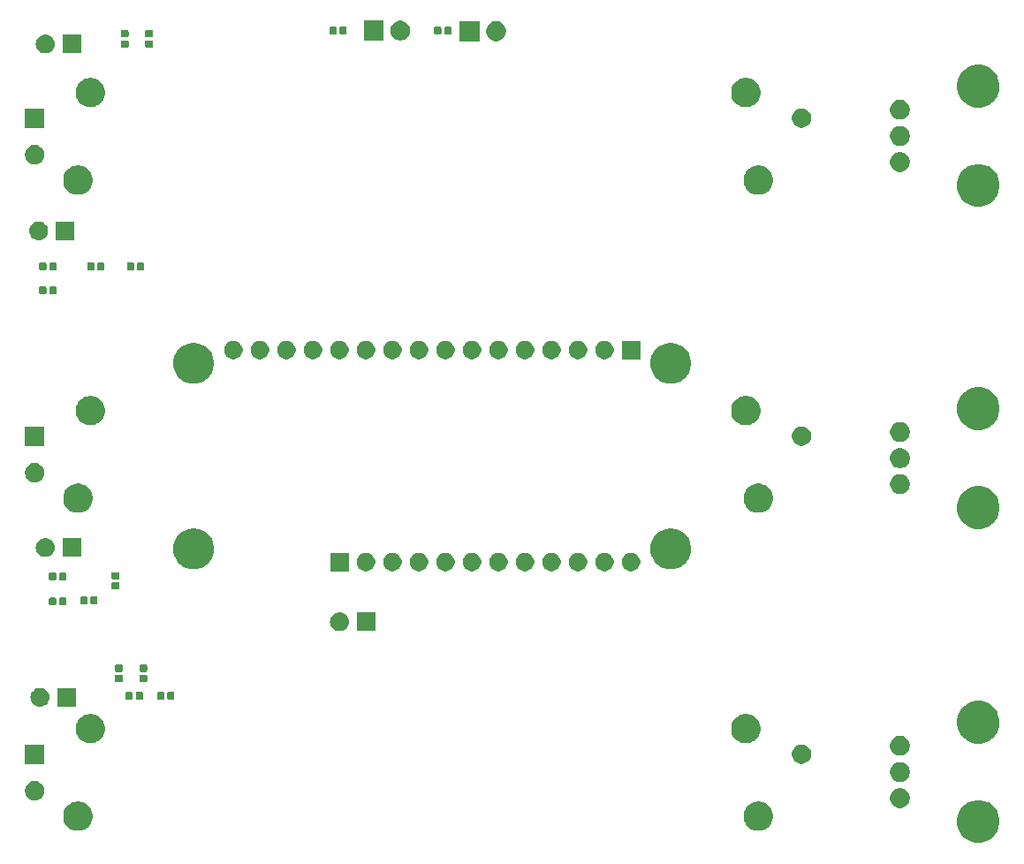
<source format=gts>
G04 #@! TF.GenerationSoftware,KiCad,Pcbnew,5.0.1-33cea8e~68~ubuntu16.04.1*
G04 #@! TF.CreationDate,2018-11-29T12:11:28+01:00*
G04 #@! TF.ProjectId,midi_controller_pcb,6D6964695F636F6E74726F6C6C65725F,rev?*
G04 #@! TF.SameCoordinates,Original*
G04 #@! TF.FileFunction,Soldermask,Top*
G04 #@! TF.FilePolarity,Negative*
%FSLAX46Y46*%
G04 Gerber Fmt 4.6, Leading zero omitted, Abs format (unit mm)*
G04 Created by KiCad (PCBNEW 5.0.1-33cea8e~68~ubuntu16.04.1) date Do 29 Nov 2018 12:11:28 CET*
%MOMM*%
%LPD*%
G01*
G04 APERTURE LIST*
%ADD10C,0.100000*%
G04 APERTURE END LIST*
D10*
G36*
X190082252Y-132749818D02*
X190082254Y-132749819D01*
X190082255Y-132749819D01*
X190455513Y-132904427D01*
X190715627Y-133078230D01*
X190791439Y-133128886D01*
X191077114Y-133414561D01*
X191077116Y-133414564D01*
X191301573Y-133750487D01*
X191456181Y-134123745D01*
X191456182Y-134123748D01*
X191535000Y-134519993D01*
X191535000Y-134924007D01*
X191458574Y-135308228D01*
X191456181Y-135320255D01*
X191301573Y-135693513D01*
X191301572Y-135693514D01*
X191077114Y-136029439D01*
X190791439Y-136315114D01*
X190791436Y-136315116D01*
X190455513Y-136539573D01*
X190082255Y-136694181D01*
X190082254Y-136694181D01*
X190082252Y-136694182D01*
X189686007Y-136773000D01*
X189281993Y-136773000D01*
X188885748Y-136694182D01*
X188885746Y-136694181D01*
X188885745Y-136694181D01*
X188512487Y-136539573D01*
X188176564Y-136315116D01*
X188176561Y-136315114D01*
X187890886Y-136029439D01*
X187666428Y-135693514D01*
X187666427Y-135693513D01*
X187511819Y-135320255D01*
X187509427Y-135308228D01*
X187433000Y-134924007D01*
X187433000Y-134519993D01*
X187511818Y-134123748D01*
X187511819Y-134123745D01*
X187666427Y-133750487D01*
X187890884Y-133414564D01*
X187890886Y-133414561D01*
X188176561Y-133128886D01*
X188252373Y-133078230D01*
X188512487Y-132904427D01*
X188885745Y-132749819D01*
X188885746Y-132749819D01*
X188885748Y-132749818D01*
X189281993Y-132671000D01*
X189686007Y-132671000D01*
X190082252Y-132749818D01*
X190082252Y-132749818D01*
G37*
G36*
X168728433Y-132854893D02*
X168818657Y-132872839D01*
X168894916Y-132904427D01*
X169073621Y-132978449D01*
X169303089Y-133131774D01*
X169498226Y-133326911D01*
X169651551Y-133556379D01*
X169757161Y-133811344D01*
X169811000Y-134082012D01*
X169811000Y-134357988D01*
X169757161Y-134628656D01*
X169651551Y-134883621D01*
X169498226Y-135113089D01*
X169303089Y-135308226D01*
X169073621Y-135461551D01*
X168924267Y-135523415D01*
X168818657Y-135567161D01*
X168728433Y-135585107D01*
X168547988Y-135621000D01*
X168272012Y-135621000D01*
X168091567Y-135585107D01*
X168001343Y-135567161D01*
X167895733Y-135523415D01*
X167746379Y-135461551D01*
X167516911Y-135308226D01*
X167321774Y-135113089D01*
X167168449Y-134883621D01*
X167062839Y-134628656D01*
X167009000Y-134357988D01*
X167009000Y-134082012D01*
X167062839Y-133811344D01*
X167168449Y-133556379D01*
X167321774Y-133326911D01*
X167516911Y-133131774D01*
X167746379Y-132978449D01*
X167925084Y-132904427D01*
X168001343Y-132872839D01*
X168091567Y-132854893D01*
X168272012Y-132819000D01*
X168547988Y-132819000D01*
X168728433Y-132854893D01*
X168728433Y-132854893D01*
G37*
G36*
X103528433Y-132854893D02*
X103618657Y-132872839D01*
X103694916Y-132904427D01*
X103873621Y-132978449D01*
X104103089Y-133131774D01*
X104298226Y-133326911D01*
X104451551Y-133556379D01*
X104557161Y-133811344D01*
X104611000Y-134082012D01*
X104611000Y-134357988D01*
X104557161Y-134628656D01*
X104451551Y-134883621D01*
X104298226Y-135113089D01*
X104103089Y-135308226D01*
X103873621Y-135461551D01*
X103724267Y-135523415D01*
X103618657Y-135567161D01*
X103528433Y-135585107D01*
X103347988Y-135621000D01*
X103072012Y-135621000D01*
X102891567Y-135585107D01*
X102801343Y-135567161D01*
X102695733Y-135523415D01*
X102546379Y-135461551D01*
X102316911Y-135308226D01*
X102121774Y-135113089D01*
X101968449Y-134883621D01*
X101862839Y-134628656D01*
X101809000Y-134357988D01*
X101809000Y-134082012D01*
X101862839Y-133811344D01*
X101968449Y-133556379D01*
X102121774Y-133326911D01*
X102316911Y-133131774D01*
X102546379Y-132978449D01*
X102725084Y-132904427D01*
X102801343Y-132872839D01*
X102891567Y-132854893D01*
X103072012Y-132819000D01*
X103347988Y-132819000D01*
X103528433Y-132854893D01*
X103528433Y-132854893D01*
G37*
G36*
X182261396Y-131557546D02*
X182434466Y-131629234D01*
X182590230Y-131733312D01*
X182722688Y-131865770D01*
X182826766Y-132021534D01*
X182898454Y-132194604D01*
X182935000Y-132378333D01*
X182935000Y-132565667D01*
X182898454Y-132749396D01*
X182826766Y-132922466D01*
X182722688Y-133078230D01*
X182590230Y-133210688D01*
X182434466Y-133314766D01*
X182261396Y-133386454D01*
X182077667Y-133423000D01*
X181890333Y-133423000D01*
X181706604Y-133386454D01*
X181533534Y-133314766D01*
X181377770Y-133210688D01*
X181245312Y-133078230D01*
X181141234Y-132922466D01*
X181069546Y-132749396D01*
X181033000Y-132565667D01*
X181033000Y-132378333D01*
X181069546Y-132194604D01*
X181141234Y-132021534D01*
X181245312Y-131865770D01*
X181377770Y-131733312D01*
X181533534Y-131629234D01*
X181706604Y-131557546D01*
X181890333Y-131521000D01*
X182077667Y-131521000D01*
X182261396Y-131557546D01*
X182261396Y-131557546D01*
G37*
G36*
X99330104Y-130879585D02*
X99498626Y-130949389D01*
X99650291Y-131050728D01*
X99779272Y-131179709D01*
X99880611Y-131331374D01*
X99950415Y-131499896D01*
X99986000Y-131678797D01*
X99986000Y-131861203D01*
X99950415Y-132040104D01*
X99880611Y-132208626D01*
X99779272Y-132360291D01*
X99650291Y-132489272D01*
X99498626Y-132590611D01*
X99330104Y-132660415D01*
X99151203Y-132696000D01*
X98968797Y-132696000D01*
X98789896Y-132660415D01*
X98621374Y-132590611D01*
X98469709Y-132489272D01*
X98340728Y-132360291D01*
X98239389Y-132208626D01*
X98169585Y-132040104D01*
X98134000Y-131861203D01*
X98134000Y-131678797D01*
X98169585Y-131499896D01*
X98239389Y-131331374D01*
X98340728Y-131179709D01*
X98469709Y-131050728D01*
X98621374Y-130949389D01*
X98789896Y-130879585D01*
X98968797Y-130844000D01*
X99151203Y-130844000D01*
X99330104Y-130879585D01*
X99330104Y-130879585D01*
G37*
G36*
X182261396Y-129057546D02*
X182434466Y-129129234D01*
X182590230Y-129233312D01*
X182722688Y-129365770D01*
X182826766Y-129521534D01*
X182898454Y-129694604D01*
X182935000Y-129878333D01*
X182935000Y-130065667D01*
X182898454Y-130249396D01*
X182826766Y-130422466D01*
X182722688Y-130578230D01*
X182590230Y-130710688D01*
X182434466Y-130814766D01*
X182261396Y-130886454D01*
X182077667Y-130923000D01*
X181890333Y-130923000D01*
X181706604Y-130886454D01*
X181533534Y-130814766D01*
X181377770Y-130710688D01*
X181245312Y-130578230D01*
X181141234Y-130422466D01*
X181069546Y-130249396D01*
X181033000Y-130065667D01*
X181033000Y-129878333D01*
X181069546Y-129694604D01*
X181141234Y-129521534D01*
X181245312Y-129365770D01*
X181377770Y-129233312D01*
X181533534Y-129129234D01*
X181706604Y-129057546D01*
X181890333Y-129021000D01*
X182077667Y-129021000D01*
X182261396Y-129057546D01*
X182261396Y-129057546D01*
G37*
G36*
X99986000Y-129196000D02*
X98134000Y-129196000D01*
X98134000Y-127344000D01*
X99986000Y-127344000D01*
X99986000Y-129196000D01*
X99986000Y-129196000D01*
G37*
G36*
X172830104Y-127379585D02*
X172998626Y-127449389D01*
X173150291Y-127550728D01*
X173279272Y-127679709D01*
X173380611Y-127831374D01*
X173450415Y-127999896D01*
X173486000Y-128178797D01*
X173486000Y-128361203D01*
X173450415Y-128540104D01*
X173380611Y-128708626D01*
X173279272Y-128860291D01*
X173150291Y-128989272D01*
X172998626Y-129090611D01*
X172830104Y-129160415D01*
X172651203Y-129196000D01*
X172468797Y-129196000D01*
X172289896Y-129160415D01*
X172121374Y-129090611D01*
X171969709Y-128989272D01*
X171840728Y-128860291D01*
X171739389Y-128708626D01*
X171669585Y-128540104D01*
X171634000Y-128361203D01*
X171634000Y-128178797D01*
X171669585Y-127999896D01*
X171739389Y-127831374D01*
X171840728Y-127679709D01*
X171969709Y-127550728D01*
X172121374Y-127449389D01*
X172289896Y-127379585D01*
X172468797Y-127344000D01*
X172651203Y-127344000D01*
X172830104Y-127379585D01*
X172830104Y-127379585D01*
G37*
G36*
X182261396Y-126557546D02*
X182434466Y-126629234D01*
X182590230Y-126733312D01*
X182722688Y-126865770D01*
X182826766Y-127021534D01*
X182898454Y-127194604D01*
X182935000Y-127378333D01*
X182935000Y-127565667D01*
X182898454Y-127749396D01*
X182826766Y-127922466D01*
X182722688Y-128078230D01*
X182590230Y-128210688D01*
X182434466Y-128314766D01*
X182261396Y-128386454D01*
X182077667Y-128423000D01*
X181890333Y-128423000D01*
X181706604Y-128386454D01*
X181533534Y-128314766D01*
X181377770Y-128210688D01*
X181245312Y-128078230D01*
X181141234Y-127922466D01*
X181069546Y-127749396D01*
X181033000Y-127565667D01*
X181033000Y-127378333D01*
X181069546Y-127194604D01*
X181141234Y-127021534D01*
X181245312Y-126865770D01*
X181377770Y-126733312D01*
X181533534Y-126629234D01*
X181706604Y-126557546D01*
X181890333Y-126521000D01*
X182077667Y-126521000D01*
X182261396Y-126557546D01*
X182261396Y-126557546D01*
G37*
G36*
X190082252Y-123249818D02*
X190082254Y-123249819D01*
X190082255Y-123249819D01*
X190455513Y-123404427D01*
X190455514Y-123404428D01*
X190791439Y-123628886D01*
X191077114Y-123914561D01*
X191077116Y-123914564D01*
X191301573Y-124250487D01*
X191371373Y-124419000D01*
X191456182Y-124623748D01*
X191535000Y-125019993D01*
X191535000Y-125424007D01*
X191483680Y-125682012D01*
X191456181Y-125820255D01*
X191301573Y-126193513D01*
X191301572Y-126193514D01*
X191077114Y-126529439D01*
X190791439Y-126815114D01*
X190791436Y-126815116D01*
X190455513Y-127039573D01*
X190082255Y-127194181D01*
X190082254Y-127194181D01*
X190082252Y-127194182D01*
X189686007Y-127273000D01*
X189281993Y-127273000D01*
X188885748Y-127194182D01*
X188885746Y-127194181D01*
X188885745Y-127194181D01*
X188512487Y-127039573D01*
X188176564Y-126815116D01*
X188176561Y-126815114D01*
X187890886Y-126529439D01*
X187666428Y-126193514D01*
X187666427Y-126193513D01*
X187511819Y-125820255D01*
X187484321Y-125682012D01*
X187433000Y-125424007D01*
X187433000Y-125019993D01*
X187511818Y-124623748D01*
X187596627Y-124419000D01*
X187666427Y-124250487D01*
X187890884Y-123914564D01*
X187890886Y-123914561D01*
X188176561Y-123628886D01*
X188512486Y-123404428D01*
X188512487Y-123404427D01*
X188885745Y-123249819D01*
X188885746Y-123249819D01*
X188885748Y-123249818D01*
X189281993Y-123171000D01*
X189686007Y-123171000D01*
X190082252Y-123249818D01*
X190082252Y-123249818D01*
G37*
G36*
X167528433Y-124454893D02*
X167618657Y-124472839D01*
X167724267Y-124516585D01*
X167873621Y-124578449D01*
X168103089Y-124731774D01*
X168298226Y-124926911D01*
X168451551Y-125156379D01*
X168557161Y-125411344D01*
X168611000Y-125682012D01*
X168611000Y-125957988D01*
X168557161Y-126228656D01*
X168451551Y-126483621D01*
X168298226Y-126713089D01*
X168103089Y-126908226D01*
X167873621Y-127061551D01*
X167724267Y-127123415D01*
X167618657Y-127167161D01*
X167528433Y-127185107D01*
X167347988Y-127221000D01*
X167072012Y-127221000D01*
X166891567Y-127185107D01*
X166801343Y-127167161D01*
X166695733Y-127123415D01*
X166546379Y-127061551D01*
X166316911Y-126908226D01*
X166121774Y-126713089D01*
X165968449Y-126483621D01*
X165862839Y-126228656D01*
X165809000Y-125957988D01*
X165809000Y-125682012D01*
X165862839Y-125411344D01*
X165968449Y-125156379D01*
X166121774Y-124926911D01*
X166316911Y-124731774D01*
X166546379Y-124578449D01*
X166695733Y-124516585D01*
X166801343Y-124472839D01*
X166891567Y-124454893D01*
X167072012Y-124419000D01*
X167347988Y-124419000D01*
X167528433Y-124454893D01*
X167528433Y-124454893D01*
G37*
G36*
X104728433Y-124454893D02*
X104818657Y-124472839D01*
X104924267Y-124516585D01*
X105073621Y-124578449D01*
X105303089Y-124731774D01*
X105498226Y-124926911D01*
X105651551Y-125156379D01*
X105757161Y-125411344D01*
X105811000Y-125682012D01*
X105811000Y-125957988D01*
X105757161Y-126228656D01*
X105651551Y-126483621D01*
X105498226Y-126713089D01*
X105303089Y-126908226D01*
X105073621Y-127061551D01*
X104924267Y-127123415D01*
X104818657Y-127167161D01*
X104728433Y-127185107D01*
X104547988Y-127221000D01*
X104272012Y-127221000D01*
X104091567Y-127185107D01*
X104001343Y-127167161D01*
X103895733Y-127123415D01*
X103746379Y-127061551D01*
X103516911Y-126908226D01*
X103321774Y-126713089D01*
X103168449Y-126483621D01*
X103062839Y-126228656D01*
X103009000Y-125957988D01*
X103009000Y-125682012D01*
X103062839Y-125411344D01*
X103168449Y-125156379D01*
X103321774Y-124926911D01*
X103516911Y-124731774D01*
X103746379Y-124578449D01*
X103895733Y-124516585D01*
X104001343Y-124472839D01*
X104091567Y-124454893D01*
X104272012Y-124419000D01*
X104547988Y-124419000D01*
X104728433Y-124454893D01*
X104728433Y-124454893D01*
G37*
G36*
X103009000Y-123710000D02*
X101207000Y-123710000D01*
X101207000Y-121908000D01*
X103009000Y-121908000D01*
X103009000Y-123710000D01*
X103009000Y-123710000D01*
G37*
G36*
X99678442Y-121914518D02*
X99744627Y-121921037D01*
X99857853Y-121955384D01*
X99914467Y-121972557D01*
X100053087Y-122046652D01*
X100070991Y-122056222D01*
X100106729Y-122085552D01*
X100208186Y-122168814D01*
X100291448Y-122270271D01*
X100320778Y-122306009D01*
X100325222Y-122314324D01*
X100404443Y-122462533D01*
X100404443Y-122462534D01*
X100455963Y-122632373D01*
X100473359Y-122809000D01*
X100455963Y-122985627D01*
X100421616Y-123098853D01*
X100404443Y-123155467D01*
X100354010Y-123249819D01*
X100320778Y-123311991D01*
X100291448Y-123347729D01*
X100208186Y-123449186D01*
X100106729Y-123532448D01*
X100070991Y-123561778D01*
X100070989Y-123561779D01*
X99914467Y-123645443D01*
X99857853Y-123662616D01*
X99744627Y-123696963D01*
X99678442Y-123703482D01*
X99612260Y-123710000D01*
X99523740Y-123710000D01*
X99457558Y-123703482D01*
X99391373Y-123696963D01*
X99278147Y-123662616D01*
X99221533Y-123645443D01*
X99065011Y-123561779D01*
X99065009Y-123561778D01*
X99029271Y-123532448D01*
X98927814Y-123449186D01*
X98844552Y-123347729D01*
X98815222Y-123311991D01*
X98781990Y-123249819D01*
X98731557Y-123155467D01*
X98714384Y-123098853D01*
X98680037Y-122985627D01*
X98662641Y-122809000D01*
X98680037Y-122632373D01*
X98731557Y-122462534D01*
X98731557Y-122462533D01*
X98810778Y-122314324D01*
X98815222Y-122306009D01*
X98844552Y-122270271D01*
X98927814Y-122168814D01*
X99029271Y-122085552D01*
X99065009Y-122056222D01*
X99082913Y-122046652D01*
X99221533Y-121972557D01*
X99278147Y-121955384D01*
X99391373Y-121921037D01*
X99457558Y-121914518D01*
X99523740Y-121908000D01*
X99612260Y-121908000D01*
X99678442Y-121914518D01*
X99678442Y-121914518D01*
G37*
G36*
X112374938Y-122313716D02*
X112395556Y-122319970D01*
X112414556Y-122330126D01*
X112431208Y-122343792D01*
X112444874Y-122360444D01*
X112455030Y-122379444D01*
X112461284Y-122400062D01*
X112464000Y-122427640D01*
X112464000Y-122936360D01*
X112461284Y-122963938D01*
X112455030Y-122984556D01*
X112444874Y-123003556D01*
X112431208Y-123020208D01*
X112414556Y-123033874D01*
X112395556Y-123044030D01*
X112374938Y-123050284D01*
X112347360Y-123053000D01*
X111888640Y-123053000D01*
X111861062Y-123050284D01*
X111840444Y-123044030D01*
X111821444Y-123033874D01*
X111804792Y-123020208D01*
X111791126Y-123003556D01*
X111780970Y-122984556D01*
X111774716Y-122963938D01*
X111772000Y-122936360D01*
X111772000Y-122427640D01*
X111774716Y-122400062D01*
X111780970Y-122379444D01*
X111791126Y-122360444D01*
X111804792Y-122343792D01*
X111821444Y-122330126D01*
X111840444Y-122319970D01*
X111861062Y-122313716D01*
X111888640Y-122311000D01*
X112347360Y-122311000D01*
X112374938Y-122313716D01*
X112374938Y-122313716D01*
G37*
G36*
X111404938Y-122313716D02*
X111425556Y-122319970D01*
X111444556Y-122330126D01*
X111461208Y-122343792D01*
X111474874Y-122360444D01*
X111485030Y-122379444D01*
X111491284Y-122400062D01*
X111494000Y-122427640D01*
X111494000Y-122936360D01*
X111491284Y-122963938D01*
X111485030Y-122984556D01*
X111474874Y-123003556D01*
X111461208Y-123020208D01*
X111444556Y-123033874D01*
X111425556Y-123044030D01*
X111404938Y-123050284D01*
X111377360Y-123053000D01*
X110918640Y-123053000D01*
X110891062Y-123050284D01*
X110870444Y-123044030D01*
X110851444Y-123033874D01*
X110834792Y-123020208D01*
X110821126Y-123003556D01*
X110810970Y-122984556D01*
X110804716Y-122963938D01*
X110802000Y-122936360D01*
X110802000Y-122427640D01*
X110804716Y-122400062D01*
X110810970Y-122379444D01*
X110821126Y-122360444D01*
X110834792Y-122343792D01*
X110851444Y-122330126D01*
X110870444Y-122319970D01*
X110891062Y-122313716D01*
X110918640Y-122311000D01*
X111377360Y-122311000D01*
X111404938Y-122313716D01*
X111404938Y-122313716D01*
G37*
G36*
X108379938Y-122313716D02*
X108400556Y-122319970D01*
X108419556Y-122330126D01*
X108436208Y-122343792D01*
X108449874Y-122360444D01*
X108460030Y-122379444D01*
X108466284Y-122400062D01*
X108469000Y-122427640D01*
X108469000Y-122936360D01*
X108466284Y-122963938D01*
X108460030Y-122984556D01*
X108449874Y-123003556D01*
X108436208Y-123020208D01*
X108419556Y-123033874D01*
X108400556Y-123044030D01*
X108379938Y-123050284D01*
X108352360Y-123053000D01*
X107893640Y-123053000D01*
X107866062Y-123050284D01*
X107845444Y-123044030D01*
X107826444Y-123033874D01*
X107809792Y-123020208D01*
X107796126Y-123003556D01*
X107785970Y-122984556D01*
X107779716Y-122963938D01*
X107777000Y-122936360D01*
X107777000Y-122427640D01*
X107779716Y-122400062D01*
X107785970Y-122379444D01*
X107796126Y-122360444D01*
X107809792Y-122343792D01*
X107826444Y-122330126D01*
X107845444Y-122319970D01*
X107866062Y-122313716D01*
X107893640Y-122311000D01*
X108352360Y-122311000D01*
X108379938Y-122313716D01*
X108379938Y-122313716D01*
G37*
G36*
X109349938Y-122313716D02*
X109370556Y-122319970D01*
X109389556Y-122330126D01*
X109406208Y-122343792D01*
X109419874Y-122360444D01*
X109430030Y-122379444D01*
X109436284Y-122400062D01*
X109439000Y-122427640D01*
X109439000Y-122936360D01*
X109436284Y-122963938D01*
X109430030Y-122984556D01*
X109419874Y-123003556D01*
X109406208Y-123020208D01*
X109389556Y-123033874D01*
X109370556Y-123044030D01*
X109349938Y-123050284D01*
X109322360Y-123053000D01*
X108863640Y-123053000D01*
X108836062Y-123050284D01*
X108815444Y-123044030D01*
X108796444Y-123033874D01*
X108779792Y-123020208D01*
X108766126Y-123003556D01*
X108755970Y-122984556D01*
X108749716Y-122963938D01*
X108747000Y-122936360D01*
X108747000Y-122427640D01*
X108749716Y-122400062D01*
X108755970Y-122379444D01*
X108766126Y-122360444D01*
X108779792Y-122343792D01*
X108796444Y-122330126D01*
X108815444Y-122319970D01*
X108836062Y-122313716D01*
X108863640Y-122311000D01*
X109322360Y-122311000D01*
X109349938Y-122313716D01*
X109349938Y-122313716D01*
G37*
G36*
X109755938Y-120664716D02*
X109776556Y-120670970D01*
X109795556Y-120681126D01*
X109812208Y-120694792D01*
X109825874Y-120711444D01*
X109836030Y-120730444D01*
X109842284Y-120751062D01*
X109845000Y-120778640D01*
X109845000Y-121237360D01*
X109842284Y-121264938D01*
X109836030Y-121285556D01*
X109825874Y-121304556D01*
X109812208Y-121321208D01*
X109795556Y-121334874D01*
X109776556Y-121345030D01*
X109755938Y-121351284D01*
X109728360Y-121354000D01*
X109219640Y-121354000D01*
X109192062Y-121351284D01*
X109171444Y-121345030D01*
X109152444Y-121334874D01*
X109135792Y-121321208D01*
X109122126Y-121304556D01*
X109111970Y-121285556D01*
X109105716Y-121264938D01*
X109103000Y-121237360D01*
X109103000Y-120778640D01*
X109105716Y-120751062D01*
X109111970Y-120730444D01*
X109122126Y-120711444D01*
X109135792Y-120694792D01*
X109152444Y-120681126D01*
X109171444Y-120670970D01*
X109192062Y-120664716D01*
X109219640Y-120662000D01*
X109728360Y-120662000D01*
X109755938Y-120664716D01*
X109755938Y-120664716D01*
G37*
G36*
X107419138Y-120664716D02*
X107439756Y-120670970D01*
X107458756Y-120681126D01*
X107475408Y-120694792D01*
X107489074Y-120711444D01*
X107499230Y-120730444D01*
X107505484Y-120751062D01*
X107508200Y-120778640D01*
X107508200Y-121237360D01*
X107505484Y-121264938D01*
X107499230Y-121285556D01*
X107489074Y-121304556D01*
X107475408Y-121321208D01*
X107458756Y-121334874D01*
X107439756Y-121345030D01*
X107419138Y-121351284D01*
X107391560Y-121354000D01*
X106882840Y-121354000D01*
X106855262Y-121351284D01*
X106834644Y-121345030D01*
X106815644Y-121334874D01*
X106798992Y-121321208D01*
X106785326Y-121304556D01*
X106775170Y-121285556D01*
X106768916Y-121264938D01*
X106766200Y-121237360D01*
X106766200Y-120778640D01*
X106768916Y-120751062D01*
X106775170Y-120730444D01*
X106785326Y-120711444D01*
X106798992Y-120694792D01*
X106815644Y-120681126D01*
X106834644Y-120670970D01*
X106855262Y-120664716D01*
X106882840Y-120662000D01*
X107391560Y-120662000D01*
X107419138Y-120664716D01*
X107419138Y-120664716D01*
G37*
G36*
X107419138Y-119694716D02*
X107439756Y-119700970D01*
X107458756Y-119711126D01*
X107475408Y-119724792D01*
X107489074Y-119741444D01*
X107499230Y-119760444D01*
X107505484Y-119781062D01*
X107508200Y-119808640D01*
X107508200Y-120267360D01*
X107505484Y-120294938D01*
X107499230Y-120315556D01*
X107489074Y-120334556D01*
X107475408Y-120351208D01*
X107458756Y-120364874D01*
X107439756Y-120375030D01*
X107419138Y-120381284D01*
X107391560Y-120384000D01*
X106882840Y-120384000D01*
X106855262Y-120381284D01*
X106834644Y-120375030D01*
X106815644Y-120364874D01*
X106798992Y-120351208D01*
X106785326Y-120334556D01*
X106775170Y-120315556D01*
X106768916Y-120294938D01*
X106766200Y-120267360D01*
X106766200Y-119808640D01*
X106768916Y-119781062D01*
X106775170Y-119760444D01*
X106785326Y-119741444D01*
X106798992Y-119724792D01*
X106815644Y-119711126D01*
X106834644Y-119700970D01*
X106855262Y-119694716D01*
X106882840Y-119692000D01*
X107391560Y-119692000D01*
X107419138Y-119694716D01*
X107419138Y-119694716D01*
G37*
G36*
X109755938Y-119694716D02*
X109776556Y-119700970D01*
X109795556Y-119711126D01*
X109812208Y-119724792D01*
X109825874Y-119741444D01*
X109836030Y-119760444D01*
X109842284Y-119781062D01*
X109845000Y-119808640D01*
X109845000Y-120267360D01*
X109842284Y-120294938D01*
X109836030Y-120315556D01*
X109825874Y-120334556D01*
X109812208Y-120351208D01*
X109795556Y-120364874D01*
X109776556Y-120375030D01*
X109755938Y-120381284D01*
X109728360Y-120384000D01*
X109219640Y-120384000D01*
X109192062Y-120381284D01*
X109171444Y-120375030D01*
X109152444Y-120364874D01*
X109135792Y-120351208D01*
X109122126Y-120334556D01*
X109111970Y-120315556D01*
X109105716Y-120294938D01*
X109103000Y-120267360D01*
X109103000Y-119808640D01*
X109105716Y-119781062D01*
X109111970Y-119760444D01*
X109122126Y-119741444D01*
X109135792Y-119724792D01*
X109152444Y-119711126D01*
X109171444Y-119700970D01*
X109192062Y-119694716D01*
X109219640Y-119692000D01*
X109728360Y-119692000D01*
X109755938Y-119694716D01*
X109755938Y-119694716D01*
G37*
G36*
X131711000Y-116471000D02*
X129909000Y-116471000D01*
X129909000Y-114669000D01*
X131711000Y-114669000D01*
X131711000Y-116471000D01*
X131711000Y-116471000D01*
G37*
G36*
X128380443Y-114675519D02*
X128446627Y-114682037D01*
X128559853Y-114716384D01*
X128616467Y-114733557D01*
X128755087Y-114807652D01*
X128772991Y-114817222D01*
X128808729Y-114846552D01*
X128910186Y-114929814D01*
X128993448Y-115031271D01*
X129022778Y-115067009D01*
X129022779Y-115067011D01*
X129106443Y-115223533D01*
X129106443Y-115223534D01*
X129157963Y-115393373D01*
X129175359Y-115570000D01*
X129157963Y-115746627D01*
X129123616Y-115859853D01*
X129106443Y-115916467D01*
X129032348Y-116055087D01*
X129022778Y-116072991D01*
X128993448Y-116108729D01*
X128910186Y-116210186D01*
X128808729Y-116293448D01*
X128772991Y-116322778D01*
X128772989Y-116322779D01*
X128616467Y-116406443D01*
X128559853Y-116423616D01*
X128446627Y-116457963D01*
X128380442Y-116464482D01*
X128314260Y-116471000D01*
X128225740Y-116471000D01*
X128159558Y-116464482D01*
X128093373Y-116457963D01*
X127980147Y-116423616D01*
X127923533Y-116406443D01*
X127767011Y-116322779D01*
X127767009Y-116322778D01*
X127731271Y-116293448D01*
X127629814Y-116210186D01*
X127546552Y-116108729D01*
X127517222Y-116072991D01*
X127507652Y-116055087D01*
X127433557Y-115916467D01*
X127416384Y-115859853D01*
X127382037Y-115746627D01*
X127364641Y-115570000D01*
X127382037Y-115393373D01*
X127433557Y-115223534D01*
X127433557Y-115223533D01*
X127517221Y-115067011D01*
X127517222Y-115067009D01*
X127546552Y-115031271D01*
X127629814Y-114929814D01*
X127731271Y-114846552D01*
X127767009Y-114817222D01*
X127784913Y-114807652D01*
X127923533Y-114733557D01*
X127980147Y-114716384D01*
X128093373Y-114682037D01*
X128159557Y-114675519D01*
X128225740Y-114669000D01*
X128314260Y-114669000D01*
X128380443Y-114675519D01*
X128380443Y-114675519D01*
G37*
G36*
X101039338Y-113271316D02*
X101059956Y-113277570D01*
X101078956Y-113287726D01*
X101095608Y-113301392D01*
X101109274Y-113318044D01*
X101119430Y-113337044D01*
X101125684Y-113357662D01*
X101128400Y-113385240D01*
X101128400Y-113893960D01*
X101125684Y-113921538D01*
X101119430Y-113942156D01*
X101109274Y-113961156D01*
X101095608Y-113977808D01*
X101078956Y-113991474D01*
X101059956Y-114001630D01*
X101039338Y-114007884D01*
X101011760Y-114010600D01*
X100553040Y-114010600D01*
X100525462Y-114007884D01*
X100504844Y-114001630D01*
X100485844Y-113991474D01*
X100469192Y-113977808D01*
X100455526Y-113961156D01*
X100445370Y-113942156D01*
X100439116Y-113921538D01*
X100436400Y-113893960D01*
X100436400Y-113385240D01*
X100439116Y-113357662D01*
X100445370Y-113337044D01*
X100455526Y-113318044D01*
X100469192Y-113301392D01*
X100485844Y-113287726D01*
X100504844Y-113277570D01*
X100525462Y-113271316D01*
X100553040Y-113268600D01*
X101011760Y-113268600D01*
X101039338Y-113271316D01*
X101039338Y-113271316D01*
G37*
G36*
X102009338Y-113271316D02*
X102029956Y-113277570D01*
X102048956Y-113287726D01*
X102065608Y-113301392D01*
X102079274Y-113318044D01*
X102089430Y-113337044D01*
X102095684Y-113357662D01*
X102098400Y-113385240D01*
X102098400Y-113893960D01*
X102095684Y-113921538D01*
X102089430Y-113942156D01*
X102079274Y-113961156D01*
X102065608Y-113977808D01*
X102048956Y-113991474D01*
X102029956Y-114001630D01*
X102009338Y-114007884D01*
X101981760Y-114010600D01*
X101523040Y-114010600D01*
X101495462Y-114007884D01*
X101474844Y-114001630D01*
X101455844Y-113991474D01*
X101439192Y-113977808D01*
X101425526Y-113961156D01*
X101415370Y-113942156D01*
X101409116Y-113921538D01*
X101406400Y-113893960D01*
X101406400Y-113385240D01*
X101409116Y-113357662D01*
X101415370Y-113337044D01*
X101425526Y-113318044D01*
X101439192Y-113301392D01*
X101455844Y-113287726D01*
X101474844Y-113277570D01*
X101495462Y-113271316D01*
X101523040Y-113268600D01*
X101981760Y-113268600D01*
X102009338Y-113271316D01*
X102009338Y-113271316D01*
G37*
G36*
X104038938Y-113169716D02*
X104059556Y-113175970D01*
X104078556Y-113186126D01*
X104095208Y-113199792D01*
X104108874Y-113216444D01*
X104119030Y-113235444D01*
X104125284Y-113256062D01*
X104128000Y-113283640D01*
X104128000Y-113792360D01*
X104125284Y-113819938D01*
X104119030Y-113840556D01*
X104108874Y-113859556D01*
X104095208Y-113876208D01*
X104078556Y-113889874D01*
X104059556Y-113900030D01*
X104038938Y-113906284D01*
X104011360Y-113909000D01*
X103552640Y-113909000D01*
X103525062Y-113906284D01*
X103504444Y-113900030D01*
X103485444Y-113889874D01*
X103468792Y-113876208D01*
X103455126Y-113859556D01*
X103444970Y-113840556D01*
X103438716Y-113819938D01*
X103436000Y-113792360D01*
X103436000Y-113283640D01*
X103438716Y-113256062D01*
X103444970Y-113235444D01*
X103455126Y-113216444D01*
X103468792Y-113199792D01*
X103485444Y-113186126D01*
X103504444Y-113175970D01*
X103525062Y-113169716D01*
X103552640Y-113167000D01*
X104011360Y-113167000D01*
X104038938Y-113169716D01*
X104038938Y-113169716D01*
G37*
G36*
X105008938Y-113169716D02*
X105029556Y-113175970D01*
X105048556Y-113186126D01*
X105065208Y-113199792D01*
X105078874Y-113216444D01*
X105089030Y-113235444D01*
X105095284Y-113256062D01*
X105098000Y-113283640D01*
X105098000Y-113792360D01*
X105095284Y-113819938D01*
X105089030Y-113840556D01*
X105078874Y-113859556D01*
X105065208Y-113876208D01*
X105048556Y-113889874D01*
X105029556Y-113900030D01*
X105008938Y-113906284D01*
X104981360Y-113909000D01*
X104522640Y-113909000D01*
X104495062Y-113906284D01*
X104474444Y-113900030D01*
X104455444Y-113889874D01*
X104438792Y-113876208D01*
X104425126Y-113859556D01*
X104414970Y-113840556D01*
X104408716Y-113819938D01*
X104406000Y-113792360D01*
X104406000Y-113283640D01*
X104408716Y-113256062D01*
X104414970Y-113235444D01*
X104425126Y-113216444D01*
X104438792Y-113199792D01*
X104455444Y-113186126D01*
X104474444Y-113175970D01*
X104495062Y-113169716D01*
X104522640Y-113167000D01*
X104981360Y-113167000D01*
X105008938Y-113169716D01*
X105008938Y-113169716D01*
G37*
G36*
X107088938Y-111797716D02*
X107109556Y-111803970D01*
X107128556Y-111814126D01*
X107145208Y-111827792D01*
X107158874Y-111844444D01*
X107169030Y-111863444D01*
X107175284Y-111884062D01*
X107178000Y-111911640D01*
X107178000Y-112370360D01*
X107175284Y-112397938D01*
X107169030Y-112418556D01*
X107158874Y-112437556D01*
X107145208Y-112454208D01*
X107128556Y-112467874D01*
X107109556Y-112478030D01*
X107088938Y-112484284D01*
X107061360Y-112487000D01*
X106552640Y-112487000D01*
X106525062Y-112484284D01*
X106504444Y-112478030D01*
X106485444Y-112467874D01*
X106468792Y-112454208D01*
X106455126Y-112437556D01*
X106444970Y-112418556D01*
X106438716Y-112397938D01*
X106436000Y-112370360D01*
X106436000Y-111911640D01*
X106438716Y-111884062D01*
X106444970Y-111863444D01*
X106455126Y-111844444D01*
X106468792Y-111827792D01*
X106485444Y-111814126D01*
X106504444Y-111803970D01*
X106525062Y-111797716D01*
X106552640Y-111795000D01*
X107061360Y-111795000D01*
X107088938Y-111797716D01*
X107088938Y-111797716D01*
G37*
G36*
X102009338Y-110883716D02*
X102029956Y-110889970D01*
X102048956Y-110900126D01*
X102065608Y-110913792D01*
X102079274Y-110930444D01*
X102089430Y-110949444D01*
X102095684Y-110970062D01*
X102098400Y-110997640D01*
X102098400Y-111506360D01*
X102095684Y-111533938D01*
X102089430Y-111554556D01*
X102079274Y-111573556D01*
X102065608Y-111590208D01*
X102048956Y-111603874D01*
X102029956Y-111614030D01*
X102009338Y-111620284D01*
X101981760Y-111623000D01*
X101523040Y-111623000D01*
X101495462Y-111620284D01*
X101474844Y-111614030D01*
X101455844Y-111603874D01*
X101439192Y-111590208D01*
X101425526Y-111573556D01*
X101415370Y-111554556D01*
X101409116Y-111533938D01*
X101406400Y-111506360D01*
X101406400Y-110997640D01*
X101409116Y-110970062D01*
X101415370Y-110949444D01*
X101425526Y-110930444D01*
X101439192Y-110913792D01*
X101455844Y-110900126D01*
X101474844Y-110889970D01*
X101495462Y-110883716D01*
X101523040Y-110881000D01*
X101981760Y-110881000D01*
X102009338Y-110883716D01*
X102009338Y-110883716D01*
G37*
G36*
X101039338Y-110883716D02*
X101059956Y-110889970D01*
X101078956Y-110900126D01*
X101095608Y-110913792D01*
X101109274Y-110930444D01*
X101119430Y-110949444D01*
X101125684Y-110970062D01*
X101128400Y-110997640D01*
X101128400Y-111506360D01*
X101125684Y-111533938D01*
X101119430Y-111554556D01*
X101109274Y-111573556D01*
X101095608Y-111590208D01*
X101078956Y-111603874D01*
X101059956Y-111614030D01*
X101039338Y-111620284D01*
X101011760Y-111623000D01*
X100553040Y-111623000D01*
X100525462Y-111620284D01*
X100504844Y-111614030D01*
X100485844Y-111603874D01*
X100469192Y-111590208D01*
X100455526Y-111573556D01*
X100445370Y-111554556D01*
X100439116Y-111533938D01*
X100436400Y-111506360D01*
X100436400Y-110997640D01*
X100439116Y-110970062D01*
X100445370Y-110949444D01*
X100455526Y-110930444D01*
X100469192Y-110913792D01*
X100485844Y-110900126D01*
X100504844Y-110889970D01*
X100525462Y-110883716D01*
X100553040Y-110881000D01*
X101011760Y-110881000D01*
X101039338Y-110883716D01*
X101039338Y-110883716D01*
G37*
G36*
X107088938Y-110827716D02*
X107109556Y-110833970D01*
X107128556Y-110844126D01*
X107145208Y-110857792D01*
X107158874Y-110874444D01*
X107169030Y-110893444D01*
X107175284Y-110914062D01*
X107178000Y-110941640D01*
X107178000Y-111400360D01*
X107175284Y-111427938D01*
X107169030Y-111448556D01*
X107158874Y-111467556D01*
X107145208Y-111484208D01*
X107128556Y-111497874D01*
X107109556Y-111508030D01*
X107088938Y-111514284D01*
X107061360Y-111517000D01*
X106552640Y-111517000D01*
X106525062Y-111514284D01*
X106504444Y-111508030D01*
X106485444Y-111497874D01*
X106468792Y-111484208D01*
X106455126Y-111467556D01*
X106444970Y-111448556D01*
X106438716Y-111427938D01*
X106436000Y-111400360D01*
X106436000Y-110941640D01*
X106438716Y-110914062D01*
X106444970Y-110893444D01*
X106455126Y-110874444D01*
X106468792Y-110857792D01*
X106485444Y-110844126D01*
X106504444Y-110833970D01*
X106525062Y-110827716D01*
X106552640Y-110825000D01*
X107061360Y-110825000D01*
X107088938Y-110827716D01*
X107088938Y-110827716D01*
G37*
G36*
X151302362Y-108988476D02*
X151387707Y-109005452D01*
X151548494Y-109072052D01*
X151548495Y-109072053D01*
X151693201Y-109168743D01*
X151816257Y-109291799D01*
X151816259Y-109291802D01*
X151912948Y-109436506D01*
X151979548Y-109597293D01*
X152013500Y-109767983D01*
X152013500Y-109942017D01*
X151979548Y-110112707D01*
X151912948Y-110273494D01*
X151817566Y-110416242D01*
X151816257Y-110418201D01*
X151693201Y-110541257D01*
X151693198Y-110541259D01*
X151548494Y-110637948D01*
X151387707Y-110704548D01*
X151302362Y-110721524D01*
X151217019Y-110738500D01*
X151042981Y-110738500D01*
X150957638Y-110721524D01*
X150872293Y-110704548D01*
X150711506Y-110637948D01*
X150566802Y-110541259D01*
X150566799Y-110541257D01*
X150443743Y-110418201D01*
X150442434Y-110416242D01*
X150347052Y-110273494D01*
X150280452Y-110112707D01*
X150246500Y-109942017D01*
X150246500Y-109767983D01*
X150280452Y-109597293D01*
X150347052Y-109436506D01*
X150443741Y-109291802D01*
X150443743Y-109291799D01*
X150566799Y-109168743D01*
X150711505Y-109072053D01*
X150711506Y-109072052D01*
X150872293Y-109005452D01*
X150957638Y-108988476D01*
X151042981Y-108971500D01*
X151217019Y-108971500D01*
X151302362Y-108988476D01*
X151302362Y-108988476D01*
G37*
G36*
X153842362Y-108988476D02*
X153927707Y-109005452D01*
X154088494Y-109072052D01*
X154088495Y-109072053D01*
X154233201Y-109168743D01*
X154356257Y-109291799D01*
X154356259Y-109291802D01*
X154452948Y-109436506D01*
X154519548Y-109597293D01*
X154553500Y-109767983D01*
X154553500Y-109942017D01*
X154519548Y-110112707D01*
X154452948Y-110273494D01*
X154357566Y-110416242D01*
X154356257Y-110418201D01*
X154233201Y-110541257D01*
X154233198Y-110541259D01*
X154088494Y-110637948D01*
X153927707Y-110704548D01*
X153842362Y-110721524D01*
X153757019Y-110738500D01*
X153582981Y-110738500D01*
X153497638Y-110721524D01*
X153412293Y-110704548D01*
X153251506Y-110637948D01*
X153106802Y-110541259D01*
X153106799Y-110541257D01*
X152983743Y-110418201D01*
X152982434Y-110416242D01*
X152887052Y-110273494D01*
X152820452Y-110112707D01*
X152786500Y-109942017D01*
X152786500Y-109767983D01*
X152820452Y-109597293D01*
X152887052Y-109436506D01*
X152983741Y-109291802D01*
X152983743Y-109291799D01*
X153106799Y-109168743D01*
X153251505Y-109072053D01*
X153251506Y-109072052D01*
X153412293Y-109005452D01*
X153497638Y-108988476D01*
X153582981Y-108971500D01*
X153757019Y-108971500D01*
X153842362Y-108988476D01*
X153842362Y-108988476D01*
G37*
G36*
X156382362Y-108988476D02*
X156467707Y-109005452D01*
X156628494Y-109072052D01*
X156628495Y-109072053D01*
X156773201Y-109168743D01*
X156896257Y-109291799D01*
X156896259Y-109291802D01*
X156992948Y-109436506D01*
X157059548Y-109597293D01*
X157093500Y-109767983D01*
X157093500Y-109942017D01*
X157059548Y-110112707D01*
X156992948Y-110273494D01*
X156897566Y-110416242D01*
X156896257Y-110418201D01*
X156773201Y-110541257D01*
X156773198Y-110541259D01*
X156628494Y-110637948D01*
X156467707Y-110704548D01*
X156382362Y-110721524D01*
X156297019Y-110738500D01*
X156122981Y-110738500D01*
X156037638Y-110721524D01*
X155952293Y-110704548D01*
X155791506Y-110637948D01*
X155646802Y-110541259D01*
X155646799Y-110541257D01*
X155523743Y-110418201D01*
X155522434Y-110416242D01*
X155427052Y-110273494D01*
X155360452Y-110112707D01*
X155326500Y-109942017D01*
X155326500Y-109767983D01*
X155360452Y-109597293D01*
X155427052Y-109436506D01*
X155523741Y-109291802D01*
X155523743Y-109291799D01*
X155646799Y-109168743D01*
X155791505Y-109072053D01*
X155791506Y-109072052D01*
X155952293Y-109005452D01*
X156037638Y-108988476D01*
X156122981Y-108971500D01*
X156297019Y-108971500D01*
X156382362Y-108988476D01*
X156382362Y-108988476D01*
G37*
G36*
X148762362Y-108988476D02*
X148847707Y-109005452D01*
X149008494Y-109072052D01*
X149008495Y-109072053D01*
X149153201Y-109168743D01*
X149276257Y-109291799D01*
X149276259Y-109291802D01*
X149372948Y-109436506D01*
X149439548Y-109597293D01*
X149473500Y-109767983D01*
X149473500Y-109942017D01*
X149439548Y-110112707D01*
X149372948Y-110273494D01*
X149277566Y-110416242D01*
X149276257Y-110418201D01*
X149153201Y-110541257D01*
X149153198Y-110541259D01*
X149008494Y-110637948D01*
X148847707Y-110704548D01*
X148762362Y-110721524D01*
X148677019Y-110738500D01*
X148502981Y-110738500D01*
X148417638Y-110721524D01*
X148332293Y-110704548D01*
X148171506Y-110637948D01*
X148026802Y-110541259D01*
X148026799Y-110541257D01*
X147903743Y-110418201D01*
X147902434Y-110416242D01*
X147807052Y-110273494D01*
X147740452Y-110112707D01*
X147706500Y-109942017D01*
X147706500Y-109767983D01*
X147740452Y-109597293D01*
X147807052Y-109436506D01*
X147903741Y-109291802D01*
X147903743Y-109291799D01*
X148026799Y-109168743D01*
X148171505Y-109072053D01*
X148171506Y-109072052D01*
X148332293Y-109005452D01*
X148417638Y-108988476D01*
X148502981Y-108971500D01*
X148677019Y-108971500D01*
X148762362Y-108988476D01*
X148762362Y-108988476D01*
G37*
G36*
X146222362Y-108988476D02*
X146307707Y-109005452D01*
X146468494Y-109072052D01*
X146468495Y-109072053D01*
X146613201Y-109168743D01*
X146736257Y-109291799D01*
X146736259Y-109291802D01*
X146832948Y-109436506D01*
X146899548Y-109597293D01*
X146933500Y-109767983D01*
X146933500Y-109942017D01*
X146899548Y-110112707D01*
X146832948Y-110273494D01*
X146737566Y-110416242D01*
X146736257Y-110418201D01*
X146613201Y-110541257D01*
X146613198Y-110541259D01*
X146468494Y-110637948D01*
X146307707Y-110704548D01*
X146222362Y-110721524D01*
X146137019Y-110738500D01*
X145962981Y-110738500D01*
X145877638Y-110721524D01*
X145792293Y-110704548D01*
X145631506Y-110637948D01*
X145486802Y-110541259D01*
X145486799Y-110541257D01*
X145363743Y-110418201D01*
X145362434Y-110416242D01*
X145267052Y-110273494D01*
X145200452Y-110112707D01*
X145166500Y-109942017D01*
X145166500Y-109767983D01*
X145200452Y-109597293D01*
X145267052Y-109436506D01*
X145363741Y-109291802D01*
X145363743Y-109291799D01*
X145486799Y-109168743D01*
X145631505Y-109072053D01*
X145631506Y-109072052D01*
X145792293Y-109005452D01*
X145877638Y-108988476D01*
X145962981Y-108971500D01*
X146137019Y-108971500D01*
X146222362Y-108988476D01*
X146222362Y-108988476D01*
G37*
G36*
X143682362Y-108988476D02*
X143767707Y-109005452D01*
X143928494Y-109072052D01*
X143928495Y-109072053D01*
X144073201Y-109168743D01*
X144196257Y-109291799D01*
X144196259Y-109291802D01*
X144292948Y-109436506D01*
X144359548Y-109597293D01*
X144393500Y-109767983D01*
X144393500Y-109942017D01*
X144359548Y-110112707D01*
X144292948Y-110273494D01*
X144197566Y-110416242D01*
X144196257Y-110418201D01*
X144073201Y-110541257D01*
X144073198Y-110541259D01*
X143928494Y-110637948D01*
X143767707Y-110704548D01*
X143682362Y-110721524D01*
X143597019Y-110738500D01*
X143422981Y-110738500D01*
X143337638Y-110721524D01*
X143252293Y-110704548D01*
X143091506Y-110637948D01*
X142946802Y-110541259D01*
X142946799Y-110541257D01*
X142823743Y-110418201D01*
X142822434Y-110416242D01*
X142727052Y-110273494D01*
X142660452Y-110112707D01*
X142626500Y-109942017D01*
X142626500Y-109767983D01*
X142660452Y-109597293D01*
X142727052Y-109436506D01*
X142823741Y-109291802D01*
X142823743Y-109291799D01*
X142946799Y-109168743D01*
X143091505Y-109072053D01*
X143091506Y-109072052D01*
X143252293Y-109005452D01*
X143337638Y-108988476D01*
X143422981Y-108971500D01*
X143597019Y-108971500D01*
X143682362Y-108988476D01*
X143682362Y-108988476D01*
G37*
G36*
X141142362Y-108988476D02*
X141227707Y-109005452D01*
X141388494Y-109072052D01*
X141388495Y-109072053D01*
X141533201Y-109168743D01*
X141656257Y-109291799D01*
X141656259Y-109291802D01*
X141752948Y-109436506D01*
X141819548Y-109597293D01*
X141853500Y-109767983D01*
X141853500Y-109942017D01*
X141819548Y-110112707D01*
X141752948Y-110273494D01*
X141657566Y-110416242D01*
X141656257Y-110418201D01*
X141533201Y-110541257D01*
X141533198Y-110541259D01*
X141388494Y-110637948D01*
X141227707Y-110704548D01*
X141142362Y-110721524D01*
X141057019Y-110738500D01*
X140882981Y-110738500D01*
X140797638Y-110721524D01*
X140712293Y-110704548D01*
X140551506Y-110637948D01*
X140406802Y-110541259D01*
X140406799Y-110541257D01*
X140283743Y-110418201D01*
X140282434Y-110416242D01*
X140187052Y-110273494D01*
X140120452Y-110112707D01*
X140086500Y-109942017D01*
X140086500Y-109767983D01*
X140120452Y-109597293D01*
X140187052Y-109436506D01*
X140283741Y-109291802D01*
X140283743Y-109291799D01*
X140406799Y-109168743D01*
X140551505Y-109072053D01*
X140551506Y-109072052D01*
X140712293Y-109005452D01*
X140797638Y-108988476D01*
X140882981Y-108971500D01*
X141057019Y-108971500D01*
X141142362Y-108988476D01*
X141142362Y-108988476D01*
G37*
G36*
X138602362Y-108988476D02*
X138687707Y-109005452D01*
X138848494Y-109072052D01*
X138848495Y-109072053D01*
X138993201Y-109168743D01*
X139116257Y-109291799D01*
X139116259Y-109291802D01*
X139212948Y-109436506D01*
X139279548Y-109597293D01*
X139313500Y-109767983D01*
X139313500Y-109942017D01*
X139279548Y-110112707D01*
X139212948Y-110273494D01*
X139117566Y-110416242D01*
X139116257Y-110418201D01*
X138993201Y-110541257D01*
X138993198Y-110541259D01*
X138848494Y-110637948D01*
X138687707Y-110704548D01*
X138602362Y-110721524D01*
X138517019Y-110738500D01*
X138342981Y-110738500D01*
X138257638Y-110721524D01*
X138172293Y-110704548D01*
X138011506Y-110637948D01*
X137866802Y-110541259D01*
X137866799Y-110541257D01*
X137743743Y-110418201D01*
X137742434Y-110416242D01*
X137647052Y-110273494D01*
X137580452Y-110112707D01*
X137546500Y-109942017D01*
X137546500Y-109767983D01*
X137580452Y-109597293D01*
X137647052Y-109436506D01*
X137743741Y-109291802D01*
X137743743Y-109291799D01*
X137866799Y-109168743D01*
X138011505Y-109072053D01*
X138011506Y-109072052D01*
X138172293Y-109005452D01*
X138257638Y-108988476D01*
X138342981Y-108971500D01*
X138517019Y-108971500D01*
X138602362Y-108988476D01*
X138602362Y-108988476D01*
G37*
G36*
X129153500Y-110738500D02*
X127386500Y-110738500D01*
X127386500Y-108971500D01*
X129153500Y-108971500D01*
X129153500Y-110738500D01*
X129153500Y-110738500D01*
G37*
G36*
X130982362Y-108988476D02*
X131067707Y-109005452D01*
X131228494Y-109072052D01*
X131228495Y-109072053D01*
X131373201Y-109168743D01*
X131496257Y-109291799D01*
X131496259Y-109291802D01*
X131592948Y-109436506D01*
X131659548Y-109597293D01*
X131693500Y-109767983D01*
X131693500Y-109942017D01*
X131659548Y-110112707D01*
X131592948Y-110273494D01*
X131497566Y-110416242D01*
X131496257Y-110418201D01*
X131373201Y-110541257D01*
X131373198Y-110541259D01*
X131228494Y-110637948D01*
X131067707Y-110704548D01*
X130982362Y-110721524D01*
X130897019Y-110738500D01*
X130722981Y-110738500D01*
X130637638Y-110721524D01*
X130552293Y-110704548D01*
X130391506Y-110637948D01*
X130246802Y-110541259D01*
X130246799Y-110541257D01*
X130123743Y-110418201D01*
X130122434Y-110416242D01*
X130027052Y-110273494D01*
X129960452Y-110112707D01*
X129926500Y-109942017D01*
X129926500Y-109767983D01*
X129960452Y-109597293D01*
X130027052Y-109436506D01*
X130123741Y-109291802D01*
X130123743Y-109291799D01*
X130246799Y-109168743D01*
X130391505Y-109072053D01*
X130391506Y-109072052D01*
X130552293Y-109005452D01*
X130637638Y-108988476D01*
X130722981Y-108971500D01*
X130897019Y-108971500D01*
X130982362Y-108988476D01*
X130982362Y-108988476D01*
G37*
G36*
X133522362Y-108988476D02*
X133607707Y-109005452D01*
X133768494Y-109072052D01*
X133768495Y-109072053D01*
X133913201Y-109168743D01*
X134036257Y-109291799D01*
X134036259Y-109291802D01*
X134132948Y-109436506D01*
X134199548Y-109597293D01*
X134233500Y-109767983D01*
X134233500Y-109942017D01*
X134199548Y-110112707D01*
X134132948Y-110273494D01*
X134037566Y-110416242D01*
X134036257Y-110418201D01*
X133913201Y-110541257D01*
X133913198Y-110541259D01*
X133768494Y-110637948D01*
X133607707Y-110704548D01*
X133522362Y-110721524D01*
X133437019Y-110738500D01*
X133262981Y-110738500D01*
X133177638Y-110721524D01*
X133092293Y-110704548D01*
X132931506Y-110637948D01*
X132786802Y-110541259D01*
X132786799Y-110541257D01*
X132663743Y-110418201D01*
X132662434Y-110416242D01*
X132567052Y-110273494D01*
X132500452Y-110112707D01*
X132466500Y-109942017D01*
X132466500Y-109767983D01*
X132500452Y-109597293D01*
X132567052Y-109436506D01*
X132663741Y-109291802D01*
X132663743Y-109291799D01*
X132786799Y-109168743D01*
X132931505Y-109072053D01*
X132931506Y-109072052D01*
X133092293Y-109005452D01*
X133177638Y-108988476D01*
X133262981Y-108971500D01*
X133437019Y-108971500D01*
X133522362Y-108988476D01*
X133522362Y-108988476D01*
G37*
G36*
X136062362Y-108988476D02*
X136147707Y-109005452D01*
X136308494Y-109072052D01*
X136308495Y-109072053D01*
X136453201Y-109168743D01*
X136576257Y-109291799D01*
X136576259Y-109291802D01*
X136672948Y-109436506D01*
X136739548Y-109597293D01*
X136773500Y-109767983D01*
X136773500Y-109942017D01*
X136739548Y-110112707D01*
X136672948Y-110273494D01*
X136577566Y-110416242D01*
X136576257Y-110418201D01*
X136453201Y-110541257D01*
X136453198Y-110541259D01*
X136308494Y-110637948D01*
X136147707Y-110704548D01*
X136062362Y-110721524D01*
X135977019Y-110738500D01*
X135802981Y-110738500D01*
X135717638Y-110721524D01*
X135632293Y-110704548D01*
X135471506Y-110637948D01*
X135326802Y-110541259D01*
X135326799Y-110541257D01*
X135203743Y-110418201D01*
X135202434Y-110416242D01*
X135107052Y-110273494D01*
X135040452Y-110112707D01*
X135006500Y-109942017D01*
X135006500Y-109767983D01*
X135040452Y-109597293D01*
X135107052Y-109436506D01*
X135203741Y-109291802D01*
X135203743Y-109291799D01*
X135326799Y-109168743D01*
X135471505Y-109072053D01*
X135471506Y-109072052D01*
X135632293Y-109005452D01*
X135717638Y-108988476D01*
X135802981Y-108971500D01*
X135977019Y-108971500D01*
X136062362Y-108988476D01*
X136062362Y-108988476D01*
G37*
G36*
X114744579Y-106679112D02*
X114870544Y-106704168D01*
X115017991Y-106765243D01*
X115226512Y-106851615D01*
X115546880Y-107065678D01*
X115819322Y-107338120D01*
X116033385Y-107658488D01*
X116180832Y-108014457D01*
X116256000Y-108392349D01*
X116256000Y-108777651D01*
X116219531Y-108960991D01*
X116180832Y-109155544D01*
X116157953Y-109210778D01*
X116033385Y-109511512D01*
X115819322Y-109831880D01*
X115546880Y-110104322D01*
X115226512Y-110318385D01*
X115017991Y-110404757D01*
X114870544Y-110465832D01*
X114744579Y-110490888D01*
X114492651Y-110541000D01*
X114107349Y-110541000D01*
X113855421Y-110490888D01*
X113729456Y-110465832D01*
X113582009Y-110404757D01*
X113373488Y-110318385D01*
X113053120Y-110104322D01*
X112780678Y-109831880D01*
X112566615Y-109511512D01*
X112442047Y-109210778D01*
X112419168Y-109155544D01*
X112380469Y-108960991D01*
X112344000Y-108777651D01*
X112344000Y-108392349D01*
X112419168Y-108014457D01*
X112566615Y-107658488D01*
X112780678Y-107338120D01*
X113053120Y-107065678D01*
X113373488Y-106851615D01*
X113582009Y-106765243D01*
X113729456Y-106704168D01*
X113855421Y-106679112D01*
X114107349Y-106629000D01*
X114492651Y-106629000D01*
X114744579Y-106679112D01*
X114744579Y-106679112D01*
G37*
G36*
X160464579Y-106679112D02*
X160590544Y-106704168D01*
X160737991Y-106765243D01*
X160946512Y-106851615D01*
X161266880Y-107065678D01*
X161539322Y-107338120D01*
X161753385Y-107658488D01*
X161900832Y-108014457D01*
X161976000Y-108392349D01*
X161976000Y-108777651D01*
X161939531Y-108960991D01*
X161900832Y-109155544D01*
X161877953Y-109210778D01*
X161753385Y-109511512D01*
X161539322Y-109831880D01*
X161266880Y-110104322D01*
X160946512Y-110318385D01*
X160737991Y-110404757D01*
X160590544Y-110465832D01*
X160464579Y-110490888D01*
X160212651Y-110541000D01*
X159827349Y-110541000D01*
X159575421Y-110490888D01*
X159449456Y-110465832D01*
X159302009Y-110404757D01*
X159093488Y-110318385D01*
X158773120Y-110104322D01*
X158500678Y-109831880D01*
X158286615Y-109511512D01*
X158162047Y-109210778D01*
X158139168Y-109155544D01*
X158100469Y-108960991D01*
X158064000Y-108777651D01*
X158064000Y-108392349D01*
X158139168Y-108014457D01*
X158286615Y-107658488D01*
X158500678Y-107338120D01*
X158773120Y-107065678D01*
X159093488Y-106851615D01*
X159302009Y-106765243D01*
X159449456Y-106704168D01*
X159575421Y-106679112D01*
X159827349Y-106629000D01*
X160212651Y-106629000D01*
X160464579Y-106679112D01*
X160464579Y-106679112D01*
G37*
G36*
X100186443Y-107563519D02*
X100252627Y-107570037D01*
X100365853Y-107604384D01*
X100422467Y-107621557D01*
X100491557Y-107658487D01*
X100578991Y-107705222D01*
X100614729Y-107734552D01*
X100716186Y-107817814D01*
X100799448Y-107919271D01*
X100828778Y-107955009D01*
X100828779Y-107955011D01*
X100912443Y-108111533D01*
X100912443Y-108111534D01*
X100963963Y-108281373D01*
X100981359Y-108458000D01*
X100963963Y-108634627D01*
X100929616Y-108747853D01*
X100912443Y-108804467D01*
X100838348Y-108943087D01*
X100828778Y-108960991D01*
X100820153Y-108971500D01*
X100716186Y-109098186D01*
X100614729Y-109181448D01*
X100578991Y-109210778D01*
X100578989Y-109210779D01*
X100422467Y-109294443D01*
X100365853Y-109311616D01*
X100252627Y-109345963D01*
X100186443Y-109352481D01*
X100120260Y-109359000D01*
X100031740Y-109359000D01*
X99965557Y-109352481D01*
X99899373Y-109345963D01*
X99786147Y-109311616D01*
X99729533Y-109294443D01*
X99573011Y-109210779D01*
X99573009Y-109210778D01*
X99537271Y-109181448D01*
X99435814Y-109098186D01*
X99331847Y-108971500D01*
X99323222Y-108960991D01*
X99313652Y-108943087D01*
X99239557Y-108804467D01*
X99222384Y-108747853D01*
X99188037Y-108634627D01*
X99170641Y-108458000D01*
X99188037Y-108281373D01*
X99239557Y-108111534D01*
X99239557Y-108111533D01*
X99323221Y-107955011D01*
X99323222Y-107955009D01*
X99352552Y-107919271D01*
X99435814Y-107817814D01*
X99537271Y-107734552D01*
X99573009Y-107705222D01*
X99660443Y-107658487D01*
X99729533Y-107621557D01*
X99786147Y-107604384D01*
X99899373Y-107570037D01*
X99965557Y-107563519D01*
X100031740Y-107557000D01*
X100120260Y-107557000D01*
X100186443Y-107563519D01*
X100186443Y-107563519D01*
G37*
G36*
X103517000Y-109359000D02*
X101715000Y-109359000D01*
X101715000Y-107557000D01*
X103517000Y-107557000D01*
X103517000Y-109359000D01*
X103517000Y-109359000D01*
G37*
G36*
X190082252Y-102675818D02*
X190082254Y-102675819D01*
X190082255Y-102675819D01*
X190455513Y-102830427D01*
X190715627Y-103004230D01*
X190791439Y-103054886D01*
X191077114Y-103340561D01*
X191077116Y-103340564D01*
X191301573Y-103676487D01*
X191385036Y-103877986D01*
X191456182Y-104049748D01*
X191526572Y-104403622D01*
X191535000Y-104445994D01*
X191535000Y-104850006D01*
X191456181Y-105246255D01*
X191301573Y-105619513D01*
X191301572Y-105619514D01*
X191077114Y-105955439D01*
X190791439Y-106241114D01*
X190791436Y-106241116D01*
X190455513Y-106465573D01*
X190082255Y-106620181D01*
X190082254Y-106620181D01*
X190082252Y-106620182D01*
X189686007Y-106699000D01*
X189281993Y-106699000D01*
X188885748Y-106620182D01*
X188885746Y-106620181D01*
X188885745Y-106620181D01*
X188512487Y-106465573D01*
X188176564Y-106241116D01*
X188176561Y-106241114D01*
X187890886Y-105955439D01*
X187666428Y-105619514D01*
X187666427Y-105619513D01*
X187511819Y-105246255D01*
X187433000Y-104850006D01*
X187433000Y-104445994D01*
X187441428Y-104403622D01*
X187511818Y-104049748D01*
X187582964Y-103877986D01*
X187666427Y-103676487D01*
X187890884Y-103340564D01*
X187890886Y-103340561D01*
X188176561Y-103054886D01*
X188252373Y-103004230D01*
X188512487Y-102830427D01*
X188885745Y-102675819D01*
X188885746Y-102675819D01*
X188885748Y-102675818D01*
X189281993Y-102597000D01*
X189686007Y-102597000D01*
X190082252Y-102675818D01*
X190082252Y-102675818D01*
G37*
G36*
X168728433Y-102374893D02*
X168818657Y-102392839D01*
X168924267Y-102436585D01*
X169073621Y-102498449D01*
X169303089Y-102651774D01*
X169498226Y-102846911D01*
X169651551Y-103076379D01*
X169713415Y-103225733D01*
X169757161Y-103331343D01*
X169758995Y-103340564D01*
X169811000Y-103602012D01*
X169811000Y-103877988D01*
X169757161Y-104148656D01*
X169651551Y-104403621D01*
X169498226Y-104633089D01*
X169303089Y-104828226D01*
X169073621Y-104981551D01*
X168924267Y-105043415D01*
X168818657Y-105087161D01*
X168728433Y-105105107D01*
X168547988Y-105141000D01*
X168272012Y-105141000D01*
X168091567Y-105105107D01*
X168001343Y-105087161D01*
X167895733Y-105043415D01*
X167746379Y-104981551D01*
X167516911Y-104828226D01*
X167321774Y-104633089D01*
X167168449Y-104403621D01*
X167062839Y-104148656D01*
X167009000Y-103877988D01*
X167009000Y-103602012D01*
X167061005Y-103340564D01*
X167062839Y-103331343D01*
X167106585Y-103225733D01*
X167168449Y-103076379D01*
X167321774Y-102846911D01*
X167516911Y-102651774D01*
X167746379Y-102498449D01*
X167895733Y-102436585D01*
X168001343Y-102392839D01*
X168091567Y-102374893D01*
X168272012Y-102339000D01*
X168547988Y-102339000D01*
X168728433Y-102374893D01*
X168728433Y-102374893D01*
G37*
G36*
X103528433Y-102374893D02*
X103618657Y-102392839D01*
X103724267Y-102436585D01*
X103873621Y-102498449D01*
X104103089Y-102651774D01*
X104298226Y-102846911D01*
X104451551Y-103076379D01*
X104513415Y-103225733D01*
X104557161Y-103331343D01*
X104558995Y-103340564D01*
X104611000Y-103602012D01*
X104611000Y-103877988D01*
X104557161Y-104148656D01*
X104451551Y-104403621D01*
X104298226Y-104633089D01*
X104103089Y-104828226D01*
X103873621Y-104981551D01*
X103724267Y-105043415D01*
X103618657Y-105087161D01*
X103528433Y-105105107D01*
X103347988Y-105141000D01*
X103072012Y-105141000D01*
X102891567Y-105105107D01*
X102801343Y-105087161D01*
X102695733Y-105043415D01*
X102546379Y-104981551D01*
X102316911Y-104828226D01*
X102121774Y-104633089D01*
X101968449Y-104403621D01*
X101862839Y-104148656D01*
X101809000Y-103877988D01*
X101809000Y-103602012D01*
X101861005Y-103340564D01*
X101862839Y-103331343D01*
X101906585Y-103225733D01*
X101968449Y-103076379D01*
X102121774Y-102846911D01*
X102316911Y-102651774D01*
X102546379Y-102498449D01*
X102695733Y-102436585D01*
X102801343Y-102392839D01*
X102891567Y-102374893D01*
X103072012Y-102339000D01*
X103347988Y-102339000D01*
X103528433Y-102374893D01*
X103528433Y-102374893D01*
G37*
G36*
X182261396Y-101483546D02*
X182434466Y-101555234D01*
X182590230Y-101659312D01*
X182722688Y-101791770D01*
X182826766Y-101947534D01*
X182898454Y-102120604D01*
X182935000Y-102304333D01*
X182935000Y-102491667D01*
X182898454Y-102675396D01*
X182826766Y-102848466D01*
X182722688Y-103004230D01*
X182590230Y-103136688D01*
X182434466Y-103240766D01*
X182261396Y-103312454D01*
X182077667Y-103349000D01*
X181890333Y-103349000D01*
X181706604Y-103312454D01*
X181533534Y-103240766D01*
X181377770Y-103136688D01*
X181245312Y-103004230D01*
X181141234Y-102848466D01*
X181069546Y-102675396D01*
X181033000Y-102491667D01*
X181033000Y-102304333D01*
X181069546Y-102120604D01*
X181141234Y-101947534D01*
X181245312Y-101791770D01*
X181377770Y-101659312D01*
X181533534Y-101555234D01*
X181706604Y-101483546D01*
X181890333Y-101447000D01*
X182077667Y-101447000D01*
X182261396Y-101483546D01*
X182261396Y-101483546D01*
G37*
G36*
X99330104Y-100399585D02*
X99498626Y-100469389D01*
X99650291Y-100570728D01*
X99779272Y-100699709D01*
X99880611Y-100851374D01*
X99950415Y-101019896D01*
X99986000Y-101198797D01*
X99986000Y-101381203D01*
X99950415Y-101560104D01*
X99880611Y-101728626D01*
X99779272Y-101880291D01*
X99650291Y-102009272D01*
X99498626Y-102110611D01*
X99330104Y-102180415D01*
X99151203Y-102216000D01*
X98968797Y-102216000D01*
X98789896Y-102180415D01*
X98621374Y-102110611D01*
X98469709Y-102009272D01*
X98340728Y-101880291D01*
X98239389Y-101728626D01*
X98169585Y-101560104D01*
X98134000Y-101381203D01*
X98134000Y-101198797D01*
X98169585Y-101019896D01*
X98239389Y-100851374D01*
X98340728Y-100699709D01*
X98469709Y-100570728D01*
X98621374Y-100469389D01*
X98789896Y-100399585D01*
X98968797Y-100364000D01*
X99151203Y-100364000D01*
X99330104Y-100399585D01*
X99330104Y-100399585D01*
G37*
G36*
X182261396Y-98983546D02*
X182434466Y-99055234D01*
X182590230Y-99159312D01*
X182722688Y-99291770D01*
X182826766Y-99447534D01*
X182898454Y-99620604D01*
X182935000Y-99804333D01*
X182935000Y-99991667D01*
X182898454Y-100175396D01*
X182826766Y-100348466D01*
X182722688Y-100504230D01*
X182590230Y-100636688D01*
X182434466Y-100740766D01*
X182261396Y-100812454D01*
X182077667Y-100849000D01*
X181890333Y-100849000D01*
X181706604Y-100812454D01*
X181533534Y-100740766D01*
X181377770Y-100636688D01*
X181245312Y-100504230D01*
X181141234Y-100348466D01*
X181069546Y-100175396D01*
X181033000Y-99991667D01*
X181033000Y-99804333D01*
X181069546Y-99620604D01*
X181141234Y-99447534D01*
X181245312Y-99291770D01*
X181377770Y-99159312D01*
X181533534Y-99055234D01*
X181706604Y-98983546D01*
X181890333Y-98947000D01*
X182077667Y-98947000D01*
X182261396Y-98983546D01*
X182261396Y-98983546D01*
G37*
G36*
X99986000Y-98716000D02*
X98134000Y-98716000D01*
X98134000Y-96864000D01*
X99986000Y-96864000D01*
X99986000Y-98716000D01*
X99986000Y-98716000D01*
G37*
G36*
X172830104Y-96899585D02*
X172998626Y-96969389D01*
X173150291Y-97070728D01*
X173279272Y-97199709D01*
X173380611Y-97351374D01*
X173450415Y-97519896D01*
X173486000Y-97698797D01*
X173486000Y-97881203D01*
X173450415Y-98060104D01*
X173380611Y-98228626D01*
X173279272Y-98380291D01*
X173150291Y-98509272D01*
X172998626Y-98610611D01*
X172830104Y-98680415D01*
X172651203Y-98716000D01*
X172468797Y-98716000D01*
X172289896Y-98680415D01*
X172121374Y-98610611D01*
X171969709Y-98509272D01*
X171840728Y-98380291D01*
X171739389Y-98228626D01*
X171669585Y-98060104D01*
X171634000Y-97881203D01*
X171634000Y-97698797D01*
X171669585Y-97519896D01*
X171739389Y-97351374D01*
X171840728Y-97199709D01*
X171969709Y-97070728D01*
X172121374Y-96969389D01*
X172289896Y-96899585D01*
X172468797Y-96864000D01*
X172651203Y-96864000D01*
X172830104Y-96899585D01*
X172830104Y-96899585D01*
G37*
G36*
X182261396Y-96483546D02*
X182434466Y-96555234D01*
X182590230Y-96659312D01*
X182722688Y-96791770D01*
X182826766Y-96947534D01*
X182898454Y-97120604D01*
X182935000Y-97304333D01*
X182935000Y-97491667D01*
X182898454Y-97675396D01*
X182826766Y-97848466D01*
X182722688Y-98004230D01*
X182590230Y-98136688D01*
X182434466Y-98240766D01*
X182261396Y-98312454D01*
X182077667Y-98349000D01*
X181890333Y-98349000D01*
X181706604Y-98312454D01*
X181533534Y-98240766D01*
X181377770Y-98136688D01*
X181245312Y-98004230D01*
X181141234Y-97848466D01*
X181069546Y-97675396D01*
X181033000Y-97491667D01*
X181033000Y-97304333D01*
X181069546Y-97120604D01*
X181141234Y-96947534D01*
X181245312Y-96791770D01*
X181377770Y-96659312D01*
X181533534Y-96555234D01*
X181706604Y-96483546D01*
X181890333Y-96447000D01*
X182077667Y-96447000D01*
X182261396Y-96483546D01*
X182261396Y-96483546D01*
G37*
G36*
X190082252Y-93175818D02*
X190082254Y-93175819D01*
X190082255Y-93175819D01*
X190455513Y-93330427D01*
X190455514Y-93330428D01*
X190791439Y-93554886D01*
X191077114Y-93840561D01*
X191077116Y-93840564D01*
X191301573Y-94176487D01*
X191456181Y-94549745D01*
X191535000Y-94945994D01*
X191535000Y-95350006D01*
X191456181Y-95746255D01*
X191301573Y-96119513D01*
X191301572Y-96119514D01*
X191077114Y-96455439D01*
X190791439Y-96741114D01*
X190791436Y-96741116D01*
X190455513Y-96965573D01*
X190082255Y-97120181D01*
X190082254Y-97120181D01*
X190082252Y-97120182D01*
X189686007Y-97199000D01*
X189281993Y-97199000D01*
X188885748Y-97120182D01*
X188885746Y-97120181D01*
X188885745Y-97120181D01*
X188512487Y-96965573D01*
X188176564Y-96741116D01*
X188176561Y-96741114D01*
X187890886Y-96455439D01*
X187666428Y-96119514D01*
X187666427Y-96119513D01*
X187511819Y-95746255D01*
X187433000Y-95350006D01*
X187433000Y-94945994D01*
X187511819Y-94549745D01*
X187666427Y-94176487D01*
X187890884Y-93840564D01*
X187890886Y-93840561D01*
X188176561Y-93554886D01*
X188512486Y-93330428D01*
X188512487Y-93330427D01*
X188885745Y-93175819D01*
X188885746Y-93175819D01*
X188885748Y-93175818D01*
X189281993Y-93097000D01*
X189686007Y-93097000D01*
X190082252Y-93175818D01*
X190082252Y-93175818D01*
G37*
G36*
X104728433Y-93974893D02*
X104818657Y-93992839D01*
X104924267Y-94036585D01*
X105073621Y-94098449D01*
X105303089Y-94251774D01*
X105498226Y-94446911D01*
X105651551Y-94676379D01*
X105757161Y-94931344D01*
X105811000Y-95202012D01*
X105811000Y-95477988D01*
X105757161Y-95748656D01*
X105651551Y-96003621D01*
X105498226Y-96233089D01*
X105303089Y-96428226D01*
X105073621Y-96581551D01*
X104924267Y-96643415D01*
X104818657Y-96687161D01*
X104728433Y-96705107D01*
X104547988Y-96741000D01*
X104272012Y-96741000D01*
X104091567Y-96705107D01*
X104001343Y-96687161D01*
X103895733Y-96643415D01*
X103746379Y-96581551D01*
X103516911Y-96428226D01*
X103321774Y-96233089D01*
X103168449Y-96003621D01*
X103062839Y-95748656D01*
X103009000Y-95477988D01*
X103009000Y-95202012D01*
X103062839Y-94931344D01*
X103168449Y-94676379D01*
X103321774Y-94446911D01*
X103516911Y-94251774D01*
X103746379Y-94098449D01*
X103895733Y-94036585D01*
X104001343Y-93992839D01*
X104091567Y-93974893D01*
X104272012Y-93939000D01*
X104547988Y-93939000D01*
X104728433Y-93974893D01*
X104728433Y-93974893D01*
G37*
G36*
X167528433Y-93974893D02*
X167618657Y-93992839D01*
X167724267Y-94036585D01*
X167873621Y-94098449D01*
X168103089Y-94251774D01*
X168298226Y-94446911D01*
X168451551Y-94676379D01*
X168557161Y-94931344D01*
X168611000Y-95202012D01*
X168611000Y-95477988D01*
X168557161Y-95748656D01*
X168451551Y-96003621D01*
X168298226Y-96233089D01*
X168103089Y-96428226D01*
X167873621Y-96581551D01*
X167724267Y-96643415D01*
X167618657Y-96687161D01*
X167528433Y-96705107D01*
X167347988Y-96741000D01*
X167072012Y-96741000D01*
X166891567Y-96705107D01*
X166801343Y-96687161D01*
X166695733Y-96643415D01*
X166546379Y-96581551D01*
X166316911Y-96428226D01*
X166121774Y-96233089D01*
X165968449Y-96003621D01*
X165862839Y-95748656D01*
X165809000Y-95477988D01*
X165809000Y-95202012D01*
X165862839Y-94931344D01*
X165968449Y-94676379D01*
X166121774Y-94446911D01*
X166316911Y-94251774D01*
X166546379Y-94098449D01*
X166695733Y-94036585D01*
X166801343Y-93992839D01*
X166891567Y-93974893D01*
X167072012Y-93939000D01*
X167347988Y-93939000D01*
X167528433Y-93974893D01*
X167528433Y-93974893D01*
G37*
G36*
X160464579Y-88899112D02*
X160590544Y-88924168D01*
X160705535Y-88971799D01*
X160946512Y-89071615D01*
X161266880Y-89285678D01*
X161539322Y-89558120D01*
X161753385Y-89878488D01*
X161784453Y-89953494D01*
X161895366Y-90221259D01*
X161900832Y-90234457D01*
X161976000Y-90612349D01*
X161976000Y-90997651D01*
X161900832Y-91375543D01*
X161753385Y-91731512D01*
X161539322Y-92051880D01*
X161266880Y-92324322D01*
X160946512Y-92538385D01*
X160737991Y-92624757D01*
X160590544Y-92685832D01*
X160464579Y-92710888D01*
X160212651Y-92761000D01*
X159827349Y-92761000D01*
X159575421Y-92710888D01*
X159449456Y-92685832D01*
X159302009Y-92624757D01*
X159093488Y-92538385D01*
X158773120Y-92324322D01*
X158500678Y-92051880D01*
X158286615Y-91731512D01*
X158139168Y-91375543D01*
X158064000Y-90997651D01*
X158064000Y-90612349D01*
X158139168Y-90234457D01*
X158144635Y-90221259D01*
X158255547Y-89953494D01*
X158286615Y-89878488D01*
X158500678Y-89558120D01*
X158773120Y-89285678D01*
X159093488Y-89071615D01*
X159334465Y-88971799D01*
X159449456Y-88924168D01*
X159575421Y-88899112D01*
X159827349Y-88849000D01*
X160212651Y-88849000D01*
X160464579Y-88899112D01*
X160464579Y-88899112D01*
G37*
G36*
X114744579Y-88899112D02*
X114870544Y-88924168D01*
X114985535Y-88971799D01*
X115226512Y-89071615D01*
X115546880Y-89285678D01*
X115819322Y-89558120D01*
X116033385Y-89878488D01*
X116064453Y-89953494D01*
X116175366Y-90221259D01*
X116180832Y-90234457D01*
X116256000Y-90612349D01*
X116256000Y-90997651D01*
X116180832Y-91375543D01*
X116033385Y-91731512D01*
X115819322Y-92051880D01*
X115546880Y-92324322D01*
X115226512Y-92538385D01*
X115017991Y-92624757D01*
X114870544Y-92685832D01*
X114744579Y-92710888D01*
X114492651Y-92761000D01*
X114107349Y-92761000D01*
X113855421Y-92710888D01*
X113729456Y-92685832D01*
X113582009Y-92624757D01*
X113373488Y-92538385D01*
X113053120Y-92324322D01*
X112780678Y-92051880D01*
X112566615Y-91731512D01*
X112419168Y-91375543D01*
X112344000Y-90997651D01*
X112344000Y-90612349D01*
X112419168Y-90234457D01*
X112424635Y-90221259D01*
X112535547Y-89953494D01*
X112566615Y-89878488D01*
X112780678Y-89558120D01*
X113053120Y-89285678D01*
X113373488Y-89071615D01*
X113614465Y-88971799D01*
X113729456Y-88924168D01*
X113855421Y-88899112D01*
X114107349Y-88849000D01*
X114492651Y-88849000D01*
X114744579Y-88899112D01*
X114744579Y-88899112D01*
G37*
G36*
X143682362Y-88668476D02*
X143767707Y-88685452D01*
X143928494Y-88752052D01*
X143928495Y-88752053D01*
X144073201Y-88848743D01*
X144196257Y-88971799D01*
X144196259Y-88971802D01*
X144292948Y-89116506D01*
X144359548Y-89277293D01*
X144393500Y-89447983D01*
X144393500Y-89622017D01*
X144359548Y-89792707D01*
X144292948Y-89953494D01*
X144292947Y-89953495D01*
X144196257Y-90098201D01*
X144073201Y-90221257D01*
X144073198Y-90221259D01*
X143928494Y-90317948D01*
X143767707Y-90384548D01*
X143682362Y-90401524D01*
X143597019Y-90418500D01*
X143422981Y-90418500D01*
X143337638Y-90401524D01*
X143252293Y-90384548D01*
X143091506Y-90317948D01*
X142946802Y-90221259D01*
X142946799Y-90221257D01*
X142823743Y-90098201D01*
X142727053Y-89953495D01*
X142727052Y-89953494D01*
X142660452Y-89792707D01*
X142626500Y-89622017D01*
X142626500Y-89447983D01*
X142660452Y-89277293D01*
X142727052Y-89116506D01*
X142823741Y-88971802D01*
X142823743Y-88971799D01*
X142946799Y-88848743D01*
X143091505Y-88752053D01*
X143091506Y-88752052D01*
X143252293Y-88685452D01*
X143337638Y-88668476D01*
X143422981Y-88651500D01*
X143597019Y-88651500D01*
X143682362Y-88668476D01*
X143682362Y-88668476D01*
G37*
G36*
X153842362Y-88668476D02*
X153927707Y-88685452D01*
X154088494Y-88752052D01*
X154088495Y-88752053D01*
X154233201Y-88848743D01*
X154356257Y-88971799D01*
X154356259Y-88971802D01*
X154452948Y-89116506D01*
X154519548Y-89277293D01*
X154553500Y-89447983D01*
X154553500Y-89622017D01*
X154519548Y-89792707D01*
X154452948Y-89953494D01*
X154452947Y-89953495D01*
X154356257Y-90098201D01*
X154233201Y-90221257D01*
X154233198Y-90221259D01*
X154088494Y-90317948D01*
X153927707Y-90384548D01*
X153842362Y-90401524D01*
X153757019Y-90418500D01*
X153582981Y-90418500D01*
X153497638Y-90401524D01*
X153412293Y-90384548D01*
X153251506Y-90317948D01*
X153106802Y-90221259D01*
X153106799Y-90221257D01*
X152983743Y-90098201D01*
X152887053Y-89953495D01*
X152887052Y-89953494D01*
X152820452Y-89792707D01*
X152786500Y-89622017D01*
X152786500Y-89447983D01*
X152820452Y-89277293D01*
X152887052Y-89116506D01*
X152983741Y-88971802D01*
X152983743Y-88971799D01*
X153106799Y-88848743D01*
X153251505Y-88752053D01*
X153251506Y-88752052D01*
X153412293Y-88685452D01*
X153497638Y-88668476D01*
X153582981Y-88651500D01*
X153757019Y-88651500D01*
X153842362Y-88668476D01*
X153842362Y-88668476D01*
G37*
G36*
X148762362Y-88668476D02*
X148847707Y-88685452D01*
X149008494Y-88752052D01*
X149008495Y-88752053D01*
X149153201Y-88848743D01*
X149276257Y-88971799D01*
X149276259Y-88971802D01*
X149372948Y-89116506D01*
X149439548Y-89277293D01*
X149473500Y-89447983D01*
X149473500Y-89622017D01*
X149439548Y-89792707D01*
X149372948Y-89953494D01*
X149372947Y-89953495D01*
X149276257Y-90098201D01*
X149153201Y-90221257D01*
X149153198Y-90221259D01*
X149008494Y-90317948D01*
X148847707Y-90384548D01*
X148762362Y-90401524D01*
X148677019Y-90418500D01*
X148502981Y-90418500D01*
X148417638Y-90401524D01*
X148332293Y-90384548D01*
X148171506Y-90317948D01*
X148026802Y-90221259D01*
X148026799Y-90221257D01*
X147903743Y-90098201D01*
X147807053Y-89953495D01*
X147807052Y-89953494D01*
X147740452Y-89792707D01*
X147706500Y-89622017D01*
X147706500Y-89447983D01*
X147740452Y-89277293D01*
X147807052Y-89116506D01*
X147903741Y-88971802D01*
X147903743Y-88971799D01*
X148026799Y-88848743D01*
X148171505Y-88752053D01*
X148171506Y-88752052D01*
X148332293Y-88685452D01*
X148417638Y-88668476D01*
X148502981Y-88651500D01*
X148677019Y-88651500D01*
X148762362Y-88668476D01*
X148762362Y-88668476D01*
G37*
G36*
X151302362Y-88668476D02*
X151387707Y-88685452D01*
X151548494Y-88752052D01*
X151548495Y-88752053D01*
X151693201Y-88848743D01*
X151816257Y-88971799D01*
X151816259Y-88971802D01*
X151912948Y-89116506D01*
X151979548Y-89277293D01*
X152013500Y-89447983D01*
X152013500Y-89622017D01*
X151979548Y-89792707D01*
X151912948Y-89953494D01*
X151912947Y-89953495D01*
X151816257Y-90098201D01*
X151693201Y-90221257D01*
X151693198Y-90221259D01*
X151548494Y-90317948D01*
X151387707Y-90384548D01*
X151302362Y-90401524D01*
X151217019Y-90418500D01*
X151042981Y-90418500D01*
X150957638Y-90401524D01*
X150872293Y-90384548D01*
X150711506Y-90317948D01*
X150566802Y-90221259D01*
X150566799Y-90221257D01*
X150443743Y-90098201D01*
X150347053Y-89953495D01*
X150347052Y-89953494D01*
X150280452Y-89792707D01*
X150246500Y-89622017D01*
X150246500Y-89447983D01*
X150280452Y-89277293D01*
X150347052Y-89116506D01*
X150443741Y-88971802D01*
X150443743Y-88971799D01*
X150566799Y-88848743D01*
X150711505Y-88752053D01*
X150711506Y-88752052D01*
X150872293Y-88685452D01*
X150957638Y-88668476D01*
X151042981Y-88651500D01*
X151217019Y-88651500D01*
X151302362Y-88668476D01*
X151302362Y-88668476D01*
G37*
G36*
X146222362Y-88668476D02*
X146307707Y-88685452D01*
X146468494Y-88752052D01*
X146468495Y-88752053D01*
X146613201Y-88848743D01*
X146736257Y-88971799D01*
X146736259Y-88971802D01*
X146832948Y-89116506D01*
X146899548Y-89277293D01*
X146933500Y-89447983D01*
X146933500Y-89622017D01*
X146899548Y-89792707D01*
X146832948Y-89953494D01*
X146832947Y-89953495D01*
X146736257Y-90098201D01*
X146613201Y-90221257D01*
X146613198Y-90221259D01*
X146468494Y-90317948D01*
X146307707Y-90384548D01*
X146222362Y-90401524D01*
X146137019Y-90418500D01*
X145962981Y-90418500D01*
X145877638Y-90401524D01*
X145792293Y-90384548D01*
X145631506Y-90317948D01*
X145486802Y-90221259D01*
X145486799Y-90221257D01*
X145363743Y-90098201D01*
X145267053Y-89953495D01*
X145267052Y-89953494D01*
X145200452Y-89792707D01*
X145166500Y-89622017D01*
X145166500Y-89447983D01*
X145200452Y-89277293D01*
X145267052Y-89116506D01*
X145363741Y-88971802D01*
X145363743Y-88971799D01*
X145486799Y-88848743D01*
X145631505Y-88752053D01*
X145631506Y-88752052D01*
X145792293Y-88685452D01*
X145877638Y-88668476D01*
X145962981Y-88651500D01*
X146137019Y-88651500D01*
X146222362Y-88668476D01*
X146222362Y-88668476D01*
G37*
G36*
X141142362Y-88668476D02*
X141227707Y-88685452D01*
X141388494Y-88752052D01*
X141388495Y-88752053D01*
X141533201Y-88848743D01*
X141656257Y-88971799D01*
X141656259Y-88971802D01*
X141752948Y-89116506D01*
X141819548Y-89277293D01*
X141853500Y-89447983D01*
X141853500Y-89622017D01*
X141819548Y-89792707D01*
X141752948Y-89953494D01*
X141752947Y-89953495D01*
X141656257Y-90098201D01*
X141533201Y-90221257D01*
X141533198Y-90221259D01*
X141388494Y-90317948D01*
X141227707Y-90384548D01*
X141142362Y-90401524D01*
X141057019Y-90418500D01*
X140882981Y-90418500D01*
X140797638Y-90401524D01*
X140712293Y-90384548D01*
X140551506Y-90317948D01*
X140406802Y-90221259D01*
X140406799Y-90221257D01*
X140283743Y-90098201D01*
X140187053Y-89953495D01*
X140187052Y-89953494D01*
X140120452Y-89792707D01*
X140086500Y-89622017D01*
X140086500Y-89447983D01*
X140120452Y-89277293D01*
X140187052Y-89116506D01*
X140283741Y-88971802D01*
X140283743Y-88971799D01*
X140406799Y-88848743D01*
X140551505Y-88752053D01*
X140551506Y-88752052D01*
X140712293Y-88685452D01*
X140797638Y-88668476D01*
X140882981Y-88651500D01*
X141057019Y-88651500D01*
X141142362Y-88668476D01*
X141142362Y-88668476D01*
G37*
G36*
X138602362Y-88668476D02*
X138687707Y-88685452D01*
X138848494Y-88752052D01*
X138848495Y-88752053D01*
X138993201Y-88848743D01*
X139116257Y-88971799D01*
X139116259Y-88971802D01*
X139212948Y-89116506D01*
X139279548Y-89277293D01*
X139313500Y-89447983D01*
X139313500Y-89622017D01*
X139279548Y-89792707D01*
X139212948Y-89953494D01*
X139212947Y-89953495D01*
X139116257Y-90098201D01*
X138993201Y-90221257D01*
X138993198Y-90221259D01*
X138848494Y-90317948D01*
X138687707Y-90384548D01*
X138602362Y-90401524D01*
X138517019Y-90418500D01*
X138342981Y-90418500D01*
X138257638Y-90401524D01*
X138172293Y-90384548D01*
X138011506Y-90317948D01*
X137866802Y-90221259D01*
X137866799Y-90221257D01*
X137743743Y-90098201D01*
X137647053Y-89953495D01*
X137647052Y-89953494D01*
X137580452Y-89792707D01*
X137546500Y-89622017D01*
X137546500Y-89447983D01*
X137580452Y-89277293D01*
X137647052Y-89116506D01*
X137743741Y-88971802D01*
X137743743Y-88971799D01*
X137866799Y-88848743D01*
X138011505Y-88752053D01*
X138011506Y-88752052D01*
X138172293Y-88685452D01*
X138257638Y-88668476D01*
X138342981Y-88651500D01*
X138517019Y-88651500D01*
X138602362Y-88668476D01*
X138602362Y-88668476D01*
G37*
G36*
X133522362Y-88668476D02*
X133607707Y-88685452D01*
X133768494Y-88752052D01*
X133768495Y-88752053D01*
X133913201Y-88848743D01*
X134036257Y-88971799D01*
X134036259Y-88971802D01*
X134132948Y-89116506D01*
X134199548Y-89277293D01*
X134233500Y-89447983D01*
X134233500Y-89622017D01*
X134199548Y-89792707D01*
X134132948Y-89953494D01*
X134132947Y-89953495D01*
X134036257Y-90098201D01*
X133913201Y-90221257D01*
X133913198Y-90221259D01*
X133768494Y-90317948D01*
X133607707Y-90384548D01*
X133522362Y-90401524D01*
X133437019Y-90418500D01*
X133262981Y-90418500D01*
X133177638Y-90401524D01*
X133092293Y-90384548D01*
X132931506Y-90317948D01*
X132786802Y-90221259D01*
X132786799Y-90221257D01*
X132663743Y-90098201D01*
X132567053Y-89953495D01*
X132567052Y-89953494D01*
X132500452Y-89792707D01*
X132466500Y-89622017D01*
X132466500Y-89447983D01*
X132500452Y-89277293D01*
X132567052Y-89116506D01*
X132663741Y-88971802D01*
X132663743Y-88971799D01*
X132786799Y-88848743D01*
X132931505Y-88752053D01*
X132931506Y-88752052D01*
X133092293Y-88685452D01*
X133177638Y-88668476D01*
X133262981Y-88651500D01*
X133437019Y-88651500D01*
X133522362Y-88668476D01*
X133522362Y-88668476D01*
G37*
G36*
X130982362Y-88668476D02*
X131067707Y-88685452D01*
X131228494Y-88752052D01*
X131228495Y-88752053D01*
X131373201Y-88848743D01*
X131496257Y-88971799D01*
X131496259Y-88971802D01*
X131592948Y-89116506D01*
X131659548Y-89277293D01*
X131693500Y-89447983D01*
X131693500Y-89622017D01*
X131659548Y-89792707D01*
X131592948Y-89953494D01*
X131592947Y-89953495D01*
X131496257Y-90098201D01*
X131373201Y-90221257D01*
X131373198Y-90221259D01*
X131228494Y-90317948D01*
X131067707Y-90384548D01*
X130982362Y-90401524D01*
X130897019Y-90418500D01*
X130722981Y-90418500D01*
X130637638Y-90401524D01*
X130552293Y-90384548D01*
X130391506Y-90317948D01*
X130246802Y-90221259D01*
X130246799Y-90221257D01*
X130123743Y-90098201D01*
X130027053Y-89953495D01*
X130027052Y-89953494D01*
X129960452Y-89792707D01*
X129926500Y-89622017D01*
X129926500Y-89447983D01*
X129960452Y-89277293D01*
X130027052Y-89116506D01*
X130123741Y-88971802D01*
X130123743Y-88971799D01*
X130246799Y-88848743D01*
X130391505Y-88752053D01*
X130391506Y-88752052D01*
X130552293Y-88685452D01*
X130637638Y-88668476D01*
X130722981Y-88651500D01*
X130897019Y-88651500D01*
X130982362Y-88668476D01*
X130982362Y-88668476D01*
G37*
G36*
X128442362Y-88668476D02*
X128527707Y-88685452D01*
X128688494Y-88752052D01*
X128688495Y-88752053D01*
X128833201Y-88848743D01*
X128956257Y-88971799D01*
X128956259Y-88971802D01*
X129052948Y-89116506D01*
X129119548Y-89277293D01*
X129153500Y-89447983D01*
X129153500Y-89622017D01*
X129119548Y-89792707D01*
X129052948Y-89953494D01*
X129052947Y-89953495D01*
X128956257Y-90098201D01*
X128833201Y-90221257D01*
X128833198Y-90221259D01*
X128688494Y-90317948D01*
X128527707Y-90384548D01*
X128442362Y-90401524D01*
X128357019Y-90418500D01*
X128182981Y-90418500D01*
X128097638Y-90401524D01*
X128012293Y-90384548D01*
X127851506Y-90317948D01*
X127706802Y-90221259D01*
X127706799Y-90221257D01*
X127583743Y-90098201D01*
X127487053Y-89953495D01*
X127487052Y-89953494D01*
X127420452Y-89792707D01*
X127386500Y-89622017D01*
X127386500Y-89447983D01*
X127420452Y-89277293D01*
X127487052Y-89116506D01*
X127583741Y-88971802D01*
X127583743Y-88971799D01*
X127706799Y-88848743D01*
X127851505Y-88752053D01*
X127851506Y-88752052D01*
X128012293Y-88685452D01*
X128097638Y-88668476D01*
X128182981Y-88651500D01*
X128357019Y-88651500D01*
X128442362Y-88668476D01*
X128442362Y-88668476D01*
G37*
G36*
X125902362Y-88668476D02*
X125987707Y-88685452D01*
X126148494Y-88752052D01*
X126148495Y-88752053D01*
X126293201Y-88848743D01*
X126416257Y-88971799D01*
X126416259Y-88971802D01*
X126512948Y-89116506D01*
X126579548Y-89277293D01*
X126613500Y-89447983D01*
X126613500Y-89622017D01*
X126579548Y-89792707D01*
X126512948Y-89953494D01*
X126512947Y-89953495D01*
X126416257Y-90098201D01*
X126293201Y-90221257D01*
X126293198Y-90221259D01*
X126148494Y-90317948D01*
X125987707Y-90384548D01*
X125902362Y-90401524D01*
X125817019Y-90418500D01*
X125642981Y-90418500D01*
X125557638Y-90401524D01*
X125472293Y-90384548D01*
X125311506Y-90317948D01*
X125166802Y-90221259D01*
X125166799Y-90221257D01*
X125043743Y-90098201D01*
X124947053Y-89953495D01*
X124947052Y-89953494D01*
X124880452Y-89792707D01*
X124846500Y-89622017D01*
X124846500Y-89447983D01*
X124880452Y-89277293D01*
X124947052Y-89116506D01*
X125043741Y-88971802D01*
X125043743Y-88971799D01*
X125166799Y-88848743D01*
X125311505Y-88752053D01*
X125311506Y-88752052D01*
X125472293Y-88685452D01*
X125557638Y-88668476D01*
X125642981Y-88651500D01*
X125817019Y-88651500D01*
X125902362Y-88668476D01*
X125902362Y-88668476D01*
G37*
G36*
X123362362Y-88668476D02*
X123447707Y-88685452D01*
X123608494Y-88752052D01*
X123608495Y-88752053D01*
X123753201Y-88848743D01*
X123876257Y-88971799D01*
X123876259Y-88971802D01*
X123972948Y-89116506D01*
X124039548Y-89277293D01*
X124073500Y-89447983D01*
X124073500Y-89622017D01*
X124039548Y-89792707D01*
X123972948Y-89953494D01*
X123972947Y-89953495D01*
X123876257Y-90098201D01*
X123753201Y-90221257D01*
X123753198Y-90221259D01*
X123608494Y-90317948D01*
X123447707Y-90384548D01*
X123362362Y-90401524D01*
X123277019Y-90418500D01*
X123102981Y-90418500D01*
X123017638Y-90401524D01*
X122932293Y-90384548D01*
X122771506Y-90317948D01*
X122626802Y-90221259D01*
X122626799Y-90221257D01*
X122503743Y-90098201D01*
X122407053Y-89953495D01*
X122407052Y-89953494D01*
X122340452Y-89792707D01*
X122306500Y-89622017D01*
X122306500Y-89447983D01*
X122340452Y-89277293D01*
X122407052Y-89116506D01*
X122503741Y-88971802D01*
X122503743Y-88971799D01*
X122626799Y-88848743D01*
X122771505Y-88752053D01*
X122771506Y-88752052D01*
X122932293Y-88685452D01*
X123017638Y-88668476D01*
X123102981Y-88651500D01*
X123277019Y-88651500D01*
X123362362Y-88668476D01*
X123362362Y-88668476D01*
G37*
G36*
X120822362Y-88668476D02*
X120907707Y-88685452D01*
X121068494Y-88752052D01*
X121068495Y-88752053D01*
X121213201Y-88848743D01*
X121336257Y-88971799D01*
X121336259Y-88971802D01*
X121432948Y-89116506D01*
X121499548Y-89277293D01*
X121533500Y-89447983D01*
X121533500Y-89622017D01*
X121499548Y-89792707D01*
X121432948Y-89953494D01*
X121432947Y-89953495D01*
X121336257Y-90098201D01*
X121213201Y-90221257D01*
X121213198Y-90221259D01*
X121068494Y-90317948D01*
X120907707Y-90384548D01*
X120822362Y-90401524D01*
X120737019Y-90418500D01*
X120562981Y-90418500D01*
X120477638Y-90401524D01*
X120392293Y-90384548D01*
X120231506Y-90317948D01*
X120086802Y-90221259D01*
X120086799Y-90221257D01*
X119963743Y-90098201D01*
X119867053Y-89953495D01*
X119867052Y-89953494D01*
X119800452Y-89792707D01*
X119766500Y-89622017D01*
X119766500Y-89447983D01*
X119800452Y-89277293D01*
X119867052Y-89116506D01*
X119963741Y-88971802D01*
X119963743Y-88971799D01*
X120086799Y-88848743D01*
X120231505Y-88752053D01*
X120231506Y-88752052D01*
X120392293Y-88685452D01*
X120477638Y-88668476D01*
X120562981Y-88651500D01*
X120737019Y-88651500D01*
X120822362Y-88668476D01*
X120822362Y-88668476D01*
G37*
G36*
X118282362Y-88668476D02*
X118367707Y-88685452D01*
X118528494Y-88752052D01*
X118528495Y-88752053D01*
X118673201Y-88848743D01*
X118796257Y-88971799D01*
X118796259Y-88971802D01*
X118892948Y-89116506D01*
X118959548Y-89277293D01*
X118993500Y-89447983D01*
X118993500Y-89622017D01*
X118959548Y-89792707D01*
X118892948Y-89953494D01*
X118892947Y-89953495D01*
X118796257Y-90098201D01*
X118673201Y-90221257D01*
X118673198Y-90221259D01*
X118528494Y-90317948D01*
X118367707Y-90384548D01*
X118282362Y-90401524D01*
X118197019Y-90418500D01*
X118022981Y-90418500D01*
X117937638Y-90401524D01*
X117852293Y-90384548D01*
X117691506Y-90317948D01*
X117546802Y-90221259D01*
X117546799Y-90221257D01*
X117423743Y-90098201D01*
X117327053Y-89953495D01*
X117327052Y-89953494D01*
X117260452Y-89792707D01*
X117226500Y-89622017D01*
X117226500Y-89447983D01*
X117260452Y-89277293D01*
X117327052Y-89116506D01*
X117423741Y-88971802D01*
X117423743Y-88971799D01*
X117546799Y-88848743D01*
X117691505Y-88752053D01*
X117691506Y-88752052D01*
X117852293Y-88685452D01*
X117937638Y-88668476D01*
X118022981Y-88651500D01*
X118197019Y-88651500D01*
X118282362Y-88668476D01*
X118282362Y-88668476D01*
G37*
G36*
X157093500Y-90418500D02*
X155326500Y-90418500D01*
X155326500Y-88651500D01*
X157093500Y-88651500D01*
X157093500Y-90418500D01*
X157093500Y-90418500D01*
G37*
G36*
X136062362Y-88668476D02*
X136147707Y-88685452D01*
X136308494Y-88752052D01*
X136308495Y-88752053D01*
X136453201Y-88848743D01*
X136576257Y-88971799D01*
X136576259Y-88971802D01*
X136672948Y-89116506D01*
X136739548Y-89277293D01*
X136773500Y-89447983D01*
X136773500Y-89622017D01*
X136739548Y-89792707D01*
X136672948Y-89953494D01*
X136672947Y-89953495D01*
X136576257Y-90098201D01*
X136453201Y-90221257D01*
X136453198Y-90221259D01*
X136308494Y-90317948D01*
X136147707Y-90384548D01*
X136062362Y-90401524D01*
X135977019Y-90418500D01*
X135802981Y-90418500D01*
X135717638Y-90401524D01*
X135632293Y-90384548D01*
X135471506Y-90317948D01*
X135326802Y-90221259D01*
X135326799Y-90221257D01*
X135203743Y-90098201D01*
X135107053Y-89953495D01*
X135107052Y-89953494D01*
X135040452Y-89792707D01*
X135006500Y-89622017D01*
X135006500Y-89447983D01*
X135040452Y-89277293D01*
X135107052Y-89116506D01*
X135203741Y-88971802D01*
X135203743Y-88971799D01*
X135326799Y-88848743D01*
X135471505Y-88752053D01*
X135471506Y-88752052D01*
X135632293Y-88685452D01*
X135717638Y-88668476D01*
X135802981Y-88651500D01*
X135977019Y-88651500D01*
X136062362Y-88668476D01*
X136062362Y-88668476D01*
G37*
G36*
X101071938Y-83451716D02*
X101092556Y-83457970D01*
X101111556Y-83468126D01*
X101128208Y-83481792D01*
X101141874Y-83498444D01*
X101152030Y-83517444D01*
X101158284Y-83538062D01*
X101161000Y-83565640D01*
X101161000Y-84074360D01*
X101158284Y-84101938D01*
X101152030Y-84122556D01*
X101141874Y-84141556D01*
X101128208Y-84158208D01*
X101111556Y-84171874D01*
X101092556Y-84182030D01*
X101071938Y-84188284D01*
X101044360Y-84191000D01*
X100585640Y-84191000D01*
X100558062Y-84188284D01*
X100537444Y-84182030D01*
X100518444Y-84171874D01*
X100501792Y-84158208D01*
X100488126Y-84141556D01*
X100477970Y-84122556D01*
X100471716Y-84101938D01*
X100469000Y-84074360D01*
X100469000Y-83565640D01*
X100471716Y-83538062D01*
X100477970Y-83517444D01*
X100488126Y-83498444D01*
X100501792Y-83481792D01*
X100518444Y-83468126D01*
X100537444Y-83457970D01*
X100558062Y-83451716D01*
X100585640Y-83449000D01*
X101044360Y-83449000D01*
X101071938Y-83451716D01*
X101071938Y-83451716D01*
G37*
G36*
X100101938Y-83451716D02*
X100122556Y-83457970D01*
X100141556Y-83468126D01*
X100158208Y-83481792D01*
X100171874Y-83498444D01*
X100182030Y-83517444D01*
X100188284Y-83538062D01*
X100191000Y-83565640D01*
X100191000Y-84074360D01*
X100188284Y-84101938D01*
X100182030Y-84122556D01*
X100171874Y-84141556D01*
X100158208Y-84158208D01*
X100141556Y-84171874D01*
X100122556Y-84182030D01*
X100101938Y-84188284D01*
X100074360Y-84191000D01*
X99615640Y-84191000D01*
X99588062Y-84188284D01*
X99567444Y-84182030D01*
X99548444Y-84171874D01*
X99531792Y-84158208D01*
X99518126Y-84141556D01*
X99507970Y-84122556D01*
X99501716Y-84101938D01*
X99499000Y-84074360D01*
X99499000Y-83565640D01*
X99501716Y-83538062D01*
X99507970Y-83517444D01*
X99518126Y-83498444D01*
X99531792Y-83481792D01*
X99548444Y-83468126D01*
X99567444Y-83457970D01*
X99588062Y-83451716D01*
X99615640Y-83449000D01*
X100074360Y-83449000D01*
X100101938Y-83451716D01*
X100101938Y-83451716D01*
G37*
G36*
X105666938Y-81165716D02*
X105687556Y-81171970D01*
X105706556Y-81182126D01*
X105723208Y-81195792D01*
X105736874Y-81212444D01*
X105747030Y-81231444D01*
X105753284Y-81252062D01*
X105756000Y-81279640D01*
X105756000Y-81788360D01*
X105753284Y-81815938D01*
X105747030Y-81836556D01*
X105736874Y-81855556D01*
X105723208Y-81872208D01*
X105706556Y-81885874D01*
X105687556Y-81896030D01*
X105666938Y-81902284D01*
X105639360Y-81905000D01*
X105180640Y-81905000D01*
X105153062Y-81902284D01*
X105132444Y-81896030D01*
X105113444Y-81885874D01*
X105096792Y-81872208D01*
X105083126Y-81855556D01*
X105072970Y-81836556D01*
X105066716Y-81815938D01*
X105064000Y-81788360D01*
X105064000Y-81279640D01*
X105066716Y-81252062D01*
X105072970Y-81231444D01*
X105083126Y-81212444D01*
X105096792Y-81195792D01*
X105113444Y-81182126D01*
X105132444Y-81171970D01*
X105153062Y-81165716D01*
X105180640Y-81163000D01*
X105639360Y-81163000D01*
X105666938Y-81165716D01*
X105666938Y-81165716D01*
G37*
G36*
X100101938Y-81165716D02*
X100122556Y-81171970D01*
X100141556Y-81182126D01*
X100158208Y-81195792D01*
X100171874Y-81212444D01*
X100182030Y-81231444D01*
X100188284Y-81252062D01*
X100191000Y-81279640D01*
X100191000Y-81788360D01*
X100188284Y-81815938D01*
X100182030Y-81836556D01*
X100171874Y-81855556D01*
X100158208Y-81872208D01*
X100141556Y-81885874D01*
X100122556Y-81896030D01*
X100101938Y-81902284D01*
X100074360Y-81905000D01*
X99615640Y-81905000D01*
X99588062Y-81902284D01*
X99567444Y-81896030D01*
X99548444Y-81885874D01*
X99531792Y-81872208D01*
X99518126Y-81855556D01*
X99507970Y-81836556D01*
X99501716Y-81815938D01*
X99499000Y-81788360D01*
X99499000Y-81279640D01*
X99501716Y-81252062D01*
X99507970Y-81231444D01*
X99518126Y-81212444D01*
X99531792Y-81195792D01*
X99548444Y-81182126D01*
X99567444Y-81171970D01*
X99588062Y-81165716D01*
X99615640Y-81163000D01*
X100074360Y-81163000D01*
X100101938Y-81165716D01*
X100101938Y-81165716D01*
G37*
G36*
X101071938Y-81165716D02*
X101092556Y-81171970D01*
X101111556Y-81182126D01*
X101128208Y-81195792D01*
X101141874Y-81212444D01*
X101152030Y-81231444D01*
X101158284Y-81252062D01*
X101161000Y-81279640D01*
X101161000Y-81788360D01*
X101158284Y-81815938D01*
X101152030Y-81836556D01*
X101141874Y-81855556D01*
X101128208Y-81872208D01*
X101111556Y-81885874D01*
X101092556Y-81896030D01*
X101071938Y-81902284D01*
X101044360Y-81905000D01*
X100585640Y-81905000D01*
X100558062Y-81902284D01*
X100537444Y-81896030D01*
X100518444Y-81885874D01*
X100501792Y-81872208D01*
X100488126Y-81855556D01*
X100477970Y-81836556D01*
X100471716Y-81815938D01*
X100469000Y-81788360D01*
X100469000Y-81279640D01*
X100471716Y-81252062D01*
X100477970Y-81231444D01*
X100488126Y-81212444D01*
X100501792Y-81195792D01*
X100518444Y-81182126D01*
X100537444Y-81171970D01*
X100558062Y-81165716D01*
X100585640Y-81163000D01*
X101044360Y-81163000D01*
X101071938Y-81165716D01*
X101071938Y-81165716D01*
G37*
G36*
X104696938Y-81165716D02*
X104717556Y-81171970D01*
X104736556Y-81182126D01*
X104753208Y-81195792D01*
X104766874Y-81212444D01*
X104777030Y-81231444D01*
X104783284Y-81252062D01*
X104786000Y-81279640D01*
X104786000Y-81788360D01*
X104783284Y-81815938D01*
X104777030Y-81836556D01*
X104766874Y-81855556D01*
X104753208Y-81872208D01*
X104736556Y-81885874D01*
X104717556Y-81896030D01*
X104696938Y-81902284D01*
X104669360Y-81905000D01*
X104210640Y-81905000D01*
X104183062Y-81902284D01*
X104162444Y-81896030D01*
X104143444Y-81885874D01*
X104126792Y-81872208D01*
X104113126Y-81855556D01*
X104102970Y-81836556D01*
X104096716Y-81815938D01*
X104094000Y-81788360D01*
X104094000Y-81279640D01*
X104096716Y-81252062D01*
X104102970Y-81231444D01*
X104113126Y-81212444D01*
X104126792Y-81195792D01*
X104143444Y-81182126D01*
X104162444Y-81171970D01*
X104183062Y-81165716D01*
X104210640Y-81163000D01*
X104669360Y-81163000D01*
X104696938Y-81165716D01*
X104696938Y-81165716D01*
G37*
G36*
X109476938Y-81165716D02*
X109497556Y-81171970D01*
X109516556Y-81182126D01*
X109533208Y-81195792D01*
X109546874Y-81212444D01*
X109557030Y-81231444D01*
X109563284Y-81252062D01*
X109566000Y-81279640D01*
X109566000Y-81788360D01*
X109563284Y-81815938D01*
X109557030Y-81836556D01*
X109546874Y-81855556D01*
X109533208Y-81872208D01*
X109516556Y-81885874D01*
X109497556Y-81896030D01*
X109476938Y-81902284D01*
X109449360Y-81905000D01*
X108990640Y-81905000D01*
X108963062Y-81902284D01*
X108942444Y-81896030D01*
X108923444Y-81885874D01*
X108906792Y-81872208D01*
X108893126Y-81855556D01*
X108882970Y-81836556D01*
X108876716Y-81815938D01*
X108874000Y-81788360D01*
X108874000Y-81279640D01*
X108876716Y-81252062D01*
X108882970Y-81231444D01*
X108893126Y-81212444D01*
X108906792Y-81195792D01*
X108923444Y-81182126D01*
X108942444Y-81171970D01*
X108963062Y-81165716D01*
X108990640Y-81163000D01*
X109449360Y-81163000D01*
X109476938Y-81165716D01*
X109476938Y-81165716D01*
G37*
G36*
X108506938Y-81165716D02*
X108527556Y-81171970D01*
X108546556Y-81182126D01*
X108563208Y-81195792D01*
X108576874Y-81212444D01*
X108587030Y-81231444D01*
X108593284Y-81252062D01*
X108596000Y-81279640D01*
X108596000Y-81788360D01*
X108593284Y-81815938D01*
X108587030Y-81836556D01*
X108576874Y-81855556D01*
X108563208Y-81872208D01*
X108546556Y-81885874D01*
X108527556Y-81896030D01*
X108506938Y-81902284D01*
X108479360Y-81905000D01*
X108020640Y-81905000D01*
X107993062Y-81902284D01*
X107972444Y-81896030D01*
X107953444Y-81885874D01*
X107936792Y-81872208D01*
X107923126Y-81855556D01*
X107912970Y-81836556D01*
X107906716Y-81815938D01*
X107904000Y-81788360D01*
X107904000Y-81279640D01*
X107906716Y-81252062D01*
X107912970Y-81231444D01*
X107923126Y-81212444D01*
X107936792Y-81195792D01*
X107953444Y-81182126D01*
X107972444Y-81171970D01*
X107993062Y-81165716D01*
X108020640Y-81163000D01*
X108479360Y-81163000D01*
X108506938Y-81165716D01*
X108506938Y-81165716D01*
G37*
G36*
X102882000Y-79006000D02*
X101080000Y-79006000D01*
X101080000Y-77204000D01*
X102882000Y-77204000D01*
X102882000Y-79006000D01*
X102882000Y-79006000D01*
G37*
G36*
X99551443Y-77210519D02*
X99617627Y-77217037D01*
X99730853Y-77251384D01*
X99787467Y-77268557D01*
X99926087Y-77342652D01*
X99943991Y-77352222D01*
X99979729Y-77381552D01*
X100081186Y-77464814D01*
X100164448Y-77566271D01*
X100193778Y-77602009D01*
X100193779Y-77602011D01*
X100277443Y-77758533D01*
X100277443Y-77758534D01*
X100328963Y-77928373D01*
X100346359Y-78105000D01*
X100328963Y-78281627D01*
X100294616Y-78394853D01*
X100277443Y-78451467D01*
X100203348Y-78590087D01*
X100193778Y-78607991D01*
X100164448Y-78643729D01*
X100081186Y-78745186D01*
X99979729Y-78828448D01*
X99943991Y-78857778D01*
X99943989Y-78857779D01*
X99787467Y-78941443D01*
X99730853Y-78958616D01*
X99617627Y-78992963D01*
X99551443Y-78999481D01*
X99485260Y-79006000D01*
X99396740Y-79006000D01*
X99330557Y-78999481D01*
X99264373Y-78992963D01*
X99151147Y-78958616D01*
X99094533Y-78941443D01*
X98938011Y-78857779D01*
X98938009Y-78857778D01*
X98902271Y-78828448D01*
X98800814Y-78745186D01*
X98717552Y-78643729D01*
X98688222Y-78607991D01*
X98678652Y-78590087D01*
X98604557Y-78451467D01*
X98587384Y-78394853D01*
X98553037Y-78281627D01*
X98535641Y-78105000D01*
X98553037Y-77928373D01*
X98604557Y-77758534D01*
X98604557Y-77758533D01*
X98688221Y-77602011D01*
X98688222Y-77602009D01*
X98717552Y-77566271D01*
X98800814Y-77464814D01*
X98902271Y-77381552D01*
X98938009Y-77352222D01*
X98955913Y-77342652D01*
X99094533Y-77268557D01*
X99151147Y-77251384D01*
X99264373Y-77217037D01*
X99330557Y-77210519D01*
X99396740Y-77204000D01*
X99485260Y-77204000D01*
X99551443Y-77210519D01*
X99551443Y-77210519D01*
G37*
G36*
X190082252Y-71789818D02*
X190082254Y-71789819D01*
X190082255Y-71789819D01*
X190455513Y-71944427D01*
X190715627Y-72118230D01*
X190791439Y-72168886D01*
X191077114Y-72454561D01*
X191077116Y-72454564D01*
X191301573Y-72790487D01*
X191456181Y-73163745D01*
X191456182Y-73163748D01*
X191535000Y-73559993D01*
X191535000Y-73964007D01*
X191458574Y-74348228D01*
X191456181Y-74360255D01*
X191301573Y-74733513D01*
X191301572Y-74733514D01*
X191077114Y-75069439D01*
X190791439Y-75355114D01*
X190791436Y-75355116D01*
X190455513Y-75579573D01*
X190082255Y-75734181D01*
X190082254Y-75734181D01*
X190082252Y-75734182D01*
X189686007Y-75813000D01*
X189281993Y-75813000D01*
X188885748Y-75734182D01*
X188885746Y-75734181D01*
X188885745Y-75734181D01*
X188512487Y-75579573D01*
X188176564Y-75355116D01*
X188176561Y-75355114D01*
X187890886Y-75069439D01*
X187666428Y-74733514D01*
X187666427Y-74733513D01*
X187511819Y-74360255D01*
X187509427Y-74348228D01*
X187433000Y-73964007D01*
X187433000Y-73559993D01*
X187511818Y-73163748D01*
X187511819Y-73163745D01*
X187666427Y-72790487D01*
X187890884Y-72454564D01*
X187890886Y-72454561D01*
X188176561Y-72168886D01*
X188252373Y-72118230D01*
X188512487Y-71944427D01*
X188885745Y-71789819D01*
X188885746Y-71789819D01*
X188885748Y-71789818D01*
X189281993Y-71711000D01*
X189686007Y-71711000D01*
X190082252Y-71789818D01*
X190082252Y-71789818D01*
G37*
G36*
X103528433Y-71894893D02*
X103618657Y-71912839D01*
X103694916Y-71944427D01*
X103873621Y-72018449D01*
X104103089Y-72171774D01*
X104298226Y-72366911D01*
X104451551Y-72596379D01*
X104557161Y-72851344D01*
X104611000Y-73122012D01*
X104611000Y-73397988D01*
X104557161Y-73668656D01*
X104451551Y-73923621D01*
X104298226Y-74153089D01*
X104103089Y-74348226D01*
X103873621Y-74501551D01*
X103724267Y-74563415D01*
X103618657Y-74607161D01*
X103528433Y-74625107D01*
X103347988Y-74661000D01*
X103072012Y-74661000D01*
X102891567Y-74625107D01*
X102801343Y-74607161D01*
X102695733Y-74563415D01*
X102546379Y-74501551D01*
X102316911Y-74348226D01*
X102121774Y-74153089D01*
X101968449Y-73923621D01*
X101862839Y-73668656D01*
X101809000Y-73397988D01*
X101809000Y-73122012D01*
X101862839Y-72851344D01*
X101968449Y-72596379D01*
X102121774Y-72366911D01*
X102316911Y-72171774D01*
X102546379Y-72018449D01*
X102725084Y-71944427D01*
X102801343Y-71912839D01*
X102891567Y-71894893D01*
X103072012Y-71859000D01*
X103347988Y-71859000D01*
X103528433Y-71894893D01*
X103528433Y-71894893D01*
G37*
G36*
X168728433Y-71894893D02*
X168818657Y-71912839D01*
X168894916Y-71944427D01*
X169073621Y-72018449D01*
X169303089Y-72171774D01*
X169498226Y-72366911D01*
X169651551Y-72596379D01*
X169757161Y-72851344D01*
X169811000Y-73122012D01*
X169811000Y-73397988D01*
X169757161Y-73668656D01*
X169651551Y-73923621D01*
X169498226Y-74153089D01*
X169303089Y-74348226D01*
X169073621Y-74501551D01*
X168924267Y-74563415D01*
X168818657Y-74607161D01*
X168728433Y-74625107D01*
X168547988Y-74661000D01*
X168272012Y-74661000D01*
X168091567Y-74625107D01*
X168001343Y-74607161D01*
X167895733Y-74563415D01*
X167746379Y-74501551D01*
X167516911Y-74348226D01*
X167321774Y-74153089D01*
X167168449Y-73923621D01*
X167062839Y-73668656D01*
X167009000Y-73397988D01*
X167009000Y-73122012D01*
X167062839Y-72851344D01*
X167168449Y-72596379D01*
X167321774Y-72366911D01*
X167516911Y-72171774D01*
X167746379Y-72018449D01*
X167925084Y-71944427D01*
X168001343Y-71912839D01*
X168091567Y-71894893D01*
X168272012Y-71859000D01*
X168547988Y-71859000D01*
X168728433Y-71894893D01*
X168728433Y-71894893D01*
G37*
G36*
X182261396Y-70597546D02*
X182434466Y-70669234D01*
X182590230Y-70773312D01*
X182722688Y-70905770D01*
X182826766Y-71061534D01*
X182898454Y-71234604D01*
X182935000Y-71418333D01*
X182935000Y-71605667D01*
X182898454Y-71789396D01*
X182826766Y-71962466D01*
X182722688Y-72118230D01*
X182590230Y-72250688D01*
X182434466Y-72354766D01*
X182261396Y-72426454D01*
X182077667Y-72463000D01*
X181890333Y-72463000D01*
X181706604Y-72426454D01*
X181533534Y-72354766D01*
X181377770Y-72250688D01*
X181245312Y-72118230D01*
X181141234Y-71962466D01*
X181069546Y-71789396D01*
X181033000Y-71605667D01*
X181033000Y-71418333D01*
X181069546Y-71234604D01*
X181141234Y-71061534D01*
X181245312Y-70905770D01*
X181377770Y-70773312D01*
X181533534Y-70669234D01*
X181706604Y-70597546D01*
X181890333Y-70561000D01*
X182077667Y-70561000D01*
X182261396Y-70597546D01*
X182261396Y-70597546D01*
G37*
G36*
X99330104Y-69919585D02*
X99498626Y-69989389D01*
X99650291Y-70090728D01*
X99779272Y-70219709D01*
X99880611Y-70371374D01*
X99950415Y-70539896D01*
X99986000Y-70718797D01*
X99986000Y-70901203D01*
X99950415Y-71080104D01*
X99880611Y-71248626D01*
X99779272Y-71400291D01*
X99650291Y-71529272D01*
X99498626Y-71630611D01*
X99330104Y-71700415D01*
X99151203Y-71736000D01*
X98968797Y-71736000D01*
X98789896Y-71700415D01*
X98621374Y-71630611D01*
X98469709Y-71529272D01*
X98340728Y-71400291D01*
X98239389Y-71248626D01*
X98169585Y-71080104D01*
X98134000Y-70901203D01*
X98134000Y-70718797D01*
X98169585Y-70539896D01*
X98239389Y-70371374D01*
X98340728Y-70219709D01*
X98469709Y-70090728D01*
X98621374Y-69989389D01*
X98789896Y-69919585D01*
X98968797Y-69884000D01*
X99151203Y-69884000D01*
X99330104Y-69919585D01*
X99330104Y-69919585D01*
G37*
G36*
X182261396Y-68097546D02*
X182434466Y-68169234D01*
X182590230Y-68273312D01*
X182722688Y-68405770D01*
X182826766Y-68561534D01*
X182898454Y-68734604D01*
X182935000Y-68918333D01*
X182935000Y-69105667D01*
X182898454Y-69289396D01*
X182826766Y-69462466D01*
X182722688Y-69618230D01*
X182590230Y-69750688D01*
X182434466Y-69854766D01*
X182261396Y-69926454D01*
X182077667Y-69963000D01*
X181890333Y-69963000D01*
X181706604Y-69926454D01*
X181533534Y-69854766D01*
X181377770Y-69750688D01*
X181245312Y-69618230D01*
X181141234Y-69462466D01*
X181069546Y-69289396D01*
X181033000Y-69105667D01*
X181033000Y-68918333D01*
X181069546Y-68734604D01*
X181141234Y-68561534D01*
X181245312Y-68405770D01*
X181377770Y-68273312D01*
X181533534Y-68169234D01*
X181706604Y-68097546D01*
X181890333Y-68061000D01*
X182077667Y-68061000D01*
X182261396Y-68097546D01*
X182261396Y-68097546D01*
G37*
G36*
X172830104Y-66419585D02*
X172998626Y-66489389D01*
X173150291Y-66590728D01*
X173279272Y-66719709D01*
X173380611Y-66871374D01*
X173450415Y-67039896D01*
X173486000Y-67218797D01*
X173486000Y-67401203D01*
X173450415Y-67580104D01*
X173380611Y-67748626D01*
X173279272Y-67900291D01*
X173150291Y-68029272D01*
X172998626Y-68130611D01*
X172830104Y-68200415D01*
X172651203Y-68236000D01*
X172468797Y-68236000D01*
X172289896Y-68200415D01*
X172121374Y-68130611D01*
X171969709Y-68029272D01*
X171840728Y-67900291D01*
X171739389Y-67748626D01*
X171669585Y-67580104D01*
X171634000Y-67401203D01*
X171634000Y-67218797D01*
X171669585Y-67039896D01*
X171739389Y-66871374D01*
X171840728Y-66719709D01*
X171969709Y-66590728D01*
X172121374Y-66489389D01*
X172289896Y-66419585D01*
X172468797Y-66384000D01*
X172651203Y-66384000D01*
X172830104Y-66419585D01*
X172830104Y-66419585D01*
G37*
G36*
X99986000Y-68236000D02*
X98134000Y-68236000D01*
X98134000Y-66384000D01*
X99986000Y-66384000D01*
X99986000Y-68236000D01*
X99986000Y-68236000D01*
G37*
G36*
X182261396Y-65597546D02*
X182434466Y-65669234D01*
X182590230Y-65773312D01*
X182722688Y-65905770D01*
X182826766Y-66061534D01*
X182898454Y-66234604D01*
X182935000Y-66418333D01*
X182935000Y-66605667D01*
X182898454Y-66789396D01*
X182826766Y-66962466D01*
X182722688Y-67118230D01*
X182590230Y-67250688D01*
X182434466Y-67354766D01*
X182261396Y-67426454D01*
X182077667Y-67463000D01*
X181890333Y-67463000D01*
X181706604Y-67426454D01*
X181533534Y-67354766D01*
X181377770Y-67250688D01*
X181245312Y-67118230D01*
X181141234Y-66962466D01*
X181069546Y-66789396D01*
X181033000Y-66605667D01*
X181033000Y-66418333D01*
X181069546Y-66234604D01*
X181141234Y-66061534D01*
X181245312Y-65905770D01*
X181377770Y-65773312D01*
X181533534Y-65669234D01*
X181706604Y-65597546D01*
X181890333Y-65561000D01*
X182077667Y-65561000D01*
X182261396Y-65597546D01*
X182261396Y-65597546D01*
G37*
G36*
X190082252Y-62289818D02*
X190082254Y-62289819D01*
X190082255Y-62289819D01*
X190455513Y-62444427D01*
X190455514Y-62444428D01*
X190791439Y-62668886D01*
X191077114Y-62954561D01*
X191077116Y-62954564D01*
X191301573Y-63290487D01*
X191371373Y-63459000D01*
X191456182Y-63663748D01*
X191535000Y-64059993D01*
X191535000Y-64464007D01*
X191483680Y-64722012D01*
X191456181Y-64860255D01*
X191301573Y-65233513D01*
X191301572Y-65233514D01*
X191077114Y-65569439D01*
X190791439Y-65855114D01*
X190791436Y-65855116D01*
X190455513Y-66079573D01*
X190082255Y-66234181D01*
X190082254Y-66234181D01*
X190082252Y-66234182D01*
X189686007Y-66313000D01*
X189281993Y-66313000D01*
X188885748Y-66234182D01*
X188885746Y-66234181D01*
X188885745Y-66234181D01*
X188512487Y-66079573D01*
X188176564Y-65855116D01*
X188176561Y-65855114D01*
X187890886Y-65569439D01*
X187666428Y-65233514D01*
X187666427Y-65233513D01*
X187511819Y-64860255D01*
X187484321Y-64722012D01*
X187433000Y-64464007D01*
X187433000Y-64059993D01*
X187511818Y-63663748D01*
X187596627Y-63459000D01*
X187666427Y-63290487D01*
X187890884Y-62954564D01*
X187890886Y-62954561D01*
X188176561Y-62668886D01*
X188512486Y-62444428D01*
X188512487Y-62444427D01*
X188885745Y-62289819D01*
X188885746Y-62289819D01*
X188885748Y-62289818D01*
X189281993Y-62211000D01*
X189686007Y-62211000D01*
X190082252Y-62289818D01*
X190082252Y-62289818D01*
G37*
G36*
X167528433Y-63494893D02*
X167618657Y-63512839D01*
X167724267Y-63556585D01*
X167873621Y-63618449D01*
X168103089Y-63771774D01*
X168298226Y-63966911D01*
X168451551Y-64196379D01*
X168557161Y-64451344D01*
X168611000Y-64722012D01*
X168611000Y-64997988D01*
X168557161Y-65268656D01*
X168451551Y-65523621D01*
X168298226Y-65753089D01*
X168103089Y-65948226D01*
X167873621Y-66101551D01*
X167724267Y-66163415D01*
X167618657Y-66207161D01*
X167528433Y-66225107D01*
X167347988Y-66261000D01*
X167072012Y-66261000D01*
X166891567Y-66225107D01*
X166801343Y-66207161D01*
X166695733Y-66163415D01*
X166546379Y-66101551D01*
X166316911Y-65948226D01*
X166121774Y-65753089D01*
X165968449Y-65523621D01*
X165862839Y-65268656D01*
X165809000Y-64997988D01*
X165809000Y-64722012D01*
X165862839Y-64451344D01*
X165968449Y-64196379D01*
X166121774Y-63966911D01*
X166316911Y-63771774D01*
X166546379Y-63618449D01*
X166695733Y-63556585D01*
X166801343Y-63512839D01*
X166891567Y-63494893D01*
X167072012Y-63459000D01*
X167347988Y-63459000D01*
X167528433Y-63494893D01*
X167528433Y-63494893D01*
G37*
G36*
X104728433Y-63494893D02*
X104818657Y-63512839D01*
X104924267Y-63556585D01*
X105073621Y-63618449D01*
X105303089Y-63771774D01*
X105498226Y-63966911D01*
X105651551Y-64196379D01*
X105757161Y-64451344D01*
X105811000Y-64722012D01*
X105811000Y-64997988D01*
X105757161Y-65268656D01*
X105651551Y-65523621D01*
X105498226Y-65753089D01*
X105303089Y-65948226D01*
X105073621Y-66101551D01*
X104924267Y-66163415D01*
X104818657Y-66207161D01*
X104728433Y-66225107D01*
X104547988Y-66261000D01*
X104272012Y-66261000D01*
X104091567Y-66225107D01*
X104001343Y-66207161D01*
X103895733Y-66163415D01*
X103746379Y-66101551D01*
X103516911Y-65948226D01*
X103321774Y-65753089D01*
X103168449Y-65523621D01*
X103062839Y-65268656D01*
X103009000Y-64997988D01*
X103009000Y-64722012D01*
X103062839Y-64451344D01*
X103168449Y-64196379D01*
X103321774Y-63966911D01*
X103516911Y-63771774D01*
X103746379Y-63618449D01*
X103895733Y-63556585D01*
X104001343Y-63512839D01*
X104091567Y-63494893D01*
X104272012Y-63459000D01*
X104547988Y-63459000D01*
X104728433Y-63494893D01*
X104728433Y-63494893D01*
G37*
G36*
X103517000Y-61099000D02*
X101715000Y-61099000D01*
X101715000Y-59297000D01*
X103517000Y-59297000D01*
X103517000Y-61099000D01*
X103517000Y-61099000D01*
G37*
G36*
X100186442Y-59303518D02*
X100252627Y-59310037D01*
X100365853Y-59344384D01*
X100422467Y-59361557D01*
X100549516Y-59429467D01*
X100578991Y-59445222D01*
X100593781Y-59457360D01*
X100716186Y-59557814D01*
X100799448Y-59659271D01*
X100828778Y-59695009D01*
X100828779Y-59695011D01*
X100912443Y-59851533D01*
X100918035Y-59869969D01*
X100963963Y-60021373D01*
X100981359Y-60198000D01*
X100963963Y-60374627D01*
X100929616Y-60487853D01*
X100912443Y-60544467D01*
X100838348Y-60683087D01*
X100828778Y-60700991D01*
X100799448Y-60736729D01*
X100716186Y-60838186D01*
X100614729Y-60921448D01*
X100578991Y-60950778D01*
X100578989Y-60950779D01*
X100422467Y-61034443D01*
X100365853Y-61051616D01*
X100252627Y-61085963D01*
X100186442Y-61092482D01*
X100120260Y-61099000D01*
X100031740Y-61099000D01*
X99965558Y-61092482D01*
X99899373Y-61085963D01*
X99786147Y-61051616D01*
X99729533Y-61034443D01*
X99573011Y-60950779D01*
X99573009Y-60950778D01*
X99537271Y-60921448D01*
X99435814Y-60838186D01*
X99352552Y-60736729D01*
X99323222Y-60700991D01*
X99313652Y-60683087D01*
X99239557Y-60544467D01*
X99222384Y-60487853D01*
X99188037Y-60374627D01*
X99170641Y-60198000D01*
X99188037Y-60021373D01*
X99233965Y-59869969D01*
X99239557Y-59851533D01*
X99323221Y-59695011D01*
X99323222Y-59695009D01*
X99352552Y-59659271D01*
X99435814Y-59557814D01*
X99558219Y-59457360D01*
X99573009Y-59445222D01*
X99602484Y-59429467D01*
X99729533Y-59361557D01*
X99786147Y-59344384D01*
X99899373Y-59310037D01*
X99965558Y-59303518D01*
X100031740Y-59297000D01*
X100120260Y-59297000D01*
X100186442Y-59303518D01*
X100186442Y-59303518D01*
G37*
G36*
X110314738Y-59859516D02*
X110335356Y-59865770D01*
X110354356Y-59875926D01*
X110371008Y-59889592D01*
X110384674Y-59906244D01*
X110394830Y-59925244D01*
X110401084Y-59945862D01*
X110403800Y-59973440D01*
X110403800Y-60432160D01*
X110401084Y-60459738D01*
X110394830Y-60480356D01*
X110384674Y-60499356D01*
X110371008Y-60516008D01*
X110354356Y-60529674D01*
X110335356Y-60539830D01*
X110314738Y-60546084D01*
X110287160Y-60548800D01*
X109778440Y-60548800D01*
X109750862Y-60546084D01*
X109730244Y-60539830D01*
X109711244Y-60529674D01*
X109694592Y-60516008D01*
X109680926Y-60499356D01*
X109670770Y-60480356D01*
X109664516Y-60459738D01*
X109661800Y-60432160D01*
X109661800Y-59973440D01*
X109664516Y-59945862D01*
X109670770Y-59925244D01*
X109680926Y-59906244D01*
X109694592Y-59889592D01*
X109711244Y-59875926D01*
X109730244Y-59865770D01*
X109750862Y-59859516D01*
X109778440Y-59856800D01*
X110287160Y-59856800D01*
X110314738Y-59859516D01*
X110314738Y-59859516D01*
G37*
G36*
X107977938Y-59854716D02*
X107998556Y-59860970D01*
X108017556Y-59871126D01*
X108034208Y-59884792D01*
X108047874Y-59901444D01*
X108058030Y-59920444D01*
X108064284Y-59941062D01*
X108067000Y-59968640D01*
X108067000Y-60427360D01*
X108064284Y-60454938D01*
X108058030Y-60475556D01*
X108047874Y-60494556D01*
X108034208Y-60511208D01*
X108017556Y-60524874D01*
X107998556Y-60535030D01*
X107977938Y-60541284D01*
X107950360Y-60544000D01*
X107441640Y-60544000D01*
X107414062Y-60541284D01*
X107393444Y-60535030D01*
X107374444Y-60524874D01*
X107357792Y-60511208D01*
X107344126Y-60494556D01*
X107333970Y-60475556D01*
X107327716Y-60454938D01*
X107325000Y-60427360D01*
X107325000Y-59968640D01*
X107327716Y-59941062D01*
X107333970Y-59920444D01*
X107344126Y-59901444D01*
X107357792Y-59884792D01*
X107374444Y-59871126D01*
X107393444Y-59860970D01*
X107414062Y-59854716D01*
X107441640Y-59852000D01*
X107950360Y-59852000D01*
X107977938Y-59854716D01*
X107977938Y-59854716D01*
G37*
G36*
X143565397Y-58064547D02*
X143738467Y-58136235D01*
X143894231Y-58240313D01*
X144026689Y-58372771D01*
X144130767Y-58528535D01*
X144202455Y-58701605D01*
X144239001Y-58885334D01*
X144239001Y-59072668D01*
X144202455Y-59256397D01*
X144130767Y-59429467D01*
X144026689Y-59585231D01*
X143894231Y-59717689D01*
X143738467Y-59821767D01*
X143565397Y-59893455D01*
X143381668Y-59930001D01*
X143194334Y-59930001D01*
X143010605Y-59893455D01*
X142837535Y-59821767D01*
X142681771Y-59717689D01*
X142549313Y-59585231D01*
X142445235Y-59429467D01*
X142373547Y-59256397D01*
X142337001Y-59072668D01*
X142337001Y-58885334D01*
X142373547Y-58701605D01*
X142445235Y-58528535D01*
X142549313Y-58372771D01*
X142681771Y-58240313D01*
X142837535Y-58136235D01*
X143010605Y-58064547D01*
X143194334Y-58028001D01*
X143381668Y-58028001D01*
X143565397Y-58064547D01*
X143565397Y-58064547D01*
G37*
G36*
X141699001Y-59930001D02*
X139797001Y-59930001D01*
X139797001Y-58028001D01*
X141699001Y-58028001D01*
X141699001Y-59930001D01*
X141699001Y-59930001D01*
G37*
G36*
X134389396Y-58013546D02*
X134562466Y-58085234D01*
X134718230Y-58189312D01*
X134850688Y-58321770D01*
X134954766Y-58477534D01*
X135026454Y-58650604D01*
X135063000Y-58834333D01*
X135063000Y-59021667D01*
X135026454Y-59205396D01*
X134954766Y-59378466D01*
X134850688Y-59534230D01*
X134718230Y-59666688D01*
X134562466Y-59770766D01*
X134389396Y-59842454D01*
X134205667Y-59879000D01*
X134018333Y-59879000D01*
X133834604Y-59842454D01*
X133661534Y-59770766D01*
X133505770Y-59666688D01*
X133373312Y-59534230D01*
X133269234Y-59378466D01*
X133197546Y-59205396D01*
X133161000Y-59021667D01*
X133161000Y-58834333D01*
X133197546Y-58650604D01*
X133269234Y-58477534D01*
X133373312Y-58321770D01*
X133505770Y-58189312D01*
X133661534Y-58085234D01*
X133834604Y-58013546D01*
X134018333Y-57977000D01*
X134205667Y-57977000D01*
X134389396Y-58013546D01*
X134389396Y-58013546D01*
G37*
G36*
X132523000Y-59879000D02*
X130621000Y-59879000D01*
X130621000Y-57977000D01*
X132523000Y-57977000D01*
X132523000Y-59879000D01*
X132523000Y-59879000D01*
G37*
G36*
X110314738Y-58889516D02*
X110335356Y-58895770D01*
X110354356Y-58905926D01*
X110371008Y-58919592D01*
X110384674Y-58936244D01*
X110394830Y-58955244D01*
X110401084Y-58975862D01*
X110403800Y-59003440D01*
X110403800Y-59462160D01*
X110401084Y-59489738D01*
X110394830Y-59510356D01*
X110384674Y-59529356D01*
X110371008Y-59546008D01*
X110354356Y-59559674D01*
X110335356Y-59569830D01*
X110314738Y-59576084D01*
X110287160Y-59578800D01*
X109778440Y-59578800D01*
X109750862Y-59576084D01*
X109730244Y-59569830D01*
X109711244Y-59559674D01*
X109694592Y-59546008D01*
X109680926Y-59529356D01*
X109670770Y-59510356D01*
X109664516Y-59489738D01*
X109661800Y-59462160D01*
X109661800Y-59003440D01*
X109664516Y-58975862D01*
X109670770Y-58955244D01*
X109680926Y-58936244D01*
X109694592Y-58919592D01*
X109711244Y-58905926D01*
X109730244Y-58895770D01*
X109750862Y-58889516D01*
X109778440Y-58886800D01*
X110287160Y-58886800D01*
X110314738Y-58889516D01*
X110314738Y-58889516D01*
G37*
G36*
X107977938Y-58884716D02*
X107998556Y-58890970D01*
X108017556Y-58901126D01*
X108034208Y-58914792D01*
X108047874Y-58931444D01*
X108058030Y-58950444D01*
X108064284Y-58971062D01*
X108067000Y-58998640D01*
X108067000Y-59457360D01*
X108064284Y-59484938D01*
X108058030Y-59505556D01*
X108047874Y-59524556D01*
X108034208Y-59541208D01*
X108017556Y-59554874D01*
X107998556Y-59565030D01*
X107977938Y-59571284D01*
X107950360Y-59574000D01*
X107441640Y-59574000D01*
X107414062Y-59571284D01*
X107393444Y-59565030D01*
X107374444Y-59554874D01*
X107357792Y-59541208D01*
X107344126Y-59524556D01*
X107333970Y-59505556D01*
X107327716Y-59484938D01*
X107325000Y-59457360D01*
X107325000Y-58998640D01*
X107327716Y-58971062D01*
X107333970Y-58950444D01*
X107344126Y-58931444D01*
X107357792Y-58914792D01*
X107374444Y-58901126D01*
X107393444Y-58890970D01*
X107414062Y-58884716D01*
X107441640Y-58882000D01*
X107950360Y-58882000D01*
X107977938Y-58884716D01*
X107977938Y-58884716D01*
G37*
G36*
X137947938Y-58559716D02*
X137968556Y-58565970D01*
X137987556Y-58576126D01*
X138004208Y-58589792D01*
X138017874Y-58606444D01*
X138028030Y-58625444D01*
X138034284Y-58646062D01*
X138037000Y-58673640D01*
X138037000Y-59182360D01*
X138034284Y-59209938D01*
X138028030Y-59230556D01*
X138017874Y-59249556D01*
X138004208Y-59266208D01*
X137987556Y-59279874D01*
X137968556Y-59290030D01*
X137947938Y-59296284D01*
X137920360Y-59299000D01*
X137461640Y-59299000D01*
X137434062Y-59296284D01*
X137413444Y-59290030D01*
X137394444Y-59279874D01*
X137377792Y-59266208D01*
X137364126Y-59249556D01*
X137353970Y-59230556D01*
X137347716Y-59209938D01*
X137345000Y-59182360D01*
X137345000Y-58673640D01*
X137347716Y-58646062D01*
X137353970Y-58625444D01*
X137364126Y-58606444D01*
X137377792Y-58589792D01*
X137394444Y-58576126D01*
X137413444Y-58565970D01*
X137434062Y-58559716D01*
X137461640Y-58557000D01*
X137920360Y-58557000D01*
X137947938Y-58559716D01*
X137947938Y-58559716D01*
G37*
G36*
X127914938Y-58559716D02*
X127935556Y-58565970D01*
X127954556Y-58576126D01*
X127971208Y-58589792D01*
X127984874Y-58606444D01*
X127995030Y-58625444D01*
X128001284Y-58646062D01*
X128004000Y-58673640D01*
X128004000Y-59182360D01*
X128001284Y-59209938D01*
X127995030Y-59230556D01*
X127984874Y-59249556D01*
X127971208Y-59266208D01*
X127954556Y-59279874D01*
X127935556Y-59290030D01*
X127914938Y-59296284D01*
X127887360Y-59299000D01*
X127428640Y-59299000D01*
X127401062Y-59296284D01*
X127380444Y-59290030D01*
X127361444Y-59279874D01*
X127344792Y-59266208D01*
X127331126Y-59249556D01*
X127320970Y-59230556D01*
X127314716Y-59209938D01*
X127312000Y-59182360D01*
X127312000Y-58673640D01*
X127314716Y-58646062D01*
X127320970Y-58625444D01*
X127331126Y-58606444D01*
X127344792Y-58589792D01*
X127361444Y-58576126D01*
X127380444Y-58565970D01*
X127401062Y-58559716D01*
X127428640Y-58557000D01*
X127887360Y-58557000D01*
X127914938Y-58559716D01*
X127914938Y-58559716D01*
G37*
G36*
X138917938Y-58559716D02*
X138938556Y-58565970D01*
X138957556Y-58576126D01*
X138974208Y-58589792D01*
X138987874Y-58606444D01*
X138998030Y-58625444D01*
X139004284Y-58646062D01*
X139007000Y-58673640D01*
X139007000Y-59182360D01*
X139004284Y-59209938D01*
X138998030Y-59230556D01*
X138987874Y-59249556D01*
X138974208Y-59266208D01*
X138957556Y-59279874D01*
X138938556Y-59290030D01*
X138917938Y-59296284D01*
X138890360Y-59299000D01*
X138431640Y-59299000D01*
X138404062Y-59296284D01*
X138383444Y-59290030D01*
X138364444Y-59279874D01*
X138347792Y-59266208D01*
X138334126Y-59249556D01*
X138323970Y-59230556D01*
X138317716Y-59209938D01*
X138315000Y-59182360D01*
X138315000Y-58673640D01*
X138317716Y-58646062D01*
X138323970Y-58625444D01*
X138334126Y-58606444D01*
X138347792Y-58589792D01*
X138364444Y-58576126D01*
X138383444Y-58565970D01*
X138404062Y-58559716D01*
X138431640Y-58557000D01*
X138890360Y-58557000D01*
X138917938Y-58559716D01*
X138917938Y-58559716D01*
G37*
G36*
X128884938Y-58559716D02*
X128905556Y-58565970D01*
X128924556Y-58576126D01*
X128941208Y-58589792D01*
X128954874Y-58606444D01*
X128965030Y-58625444D01*
X128971284Y-58646062D01*
X128974000Y-58673640D01*
X128974000Y-59182360D01*
X128971284Y-59209938D01*
X128965030Y-59230556D01*
X128954874Y-59249556D01*
X128941208Y-59266208D01*
X128924556Y-59279874D01*
X128905556Y-59290030D01*
X128884938Y-59296284D01*
X128857360Y-59299000D01*
X128398640Y-59299000D01*
X128371062Y-59296284D01*
X128350444Y-59290030D01*
X128331444Y-59279874D01*
X128314792Y-59266208D01*
X128301126Y-59249556D01*
X128290970Y-59230556D01*
X128284716Y-59209938D01*
X128282000Y-59182360D01*
X128282000Y-58673640D01*
X128284716Y-58646062D01*
X128290970Y-58625444D01*
X128301126Y-58606444D01*
X128314792Y-58589792D01*
X128331444Y-58576126D01*
X128350444Y-58565970D01*
X128371062Y-58559716D01*
X128398640Y-58557000D01*
X128857360Y-58557000D01*
X128884938Y-58559716D01*
X128884938Y-58559716D01*
G37*
M02*

</source>
